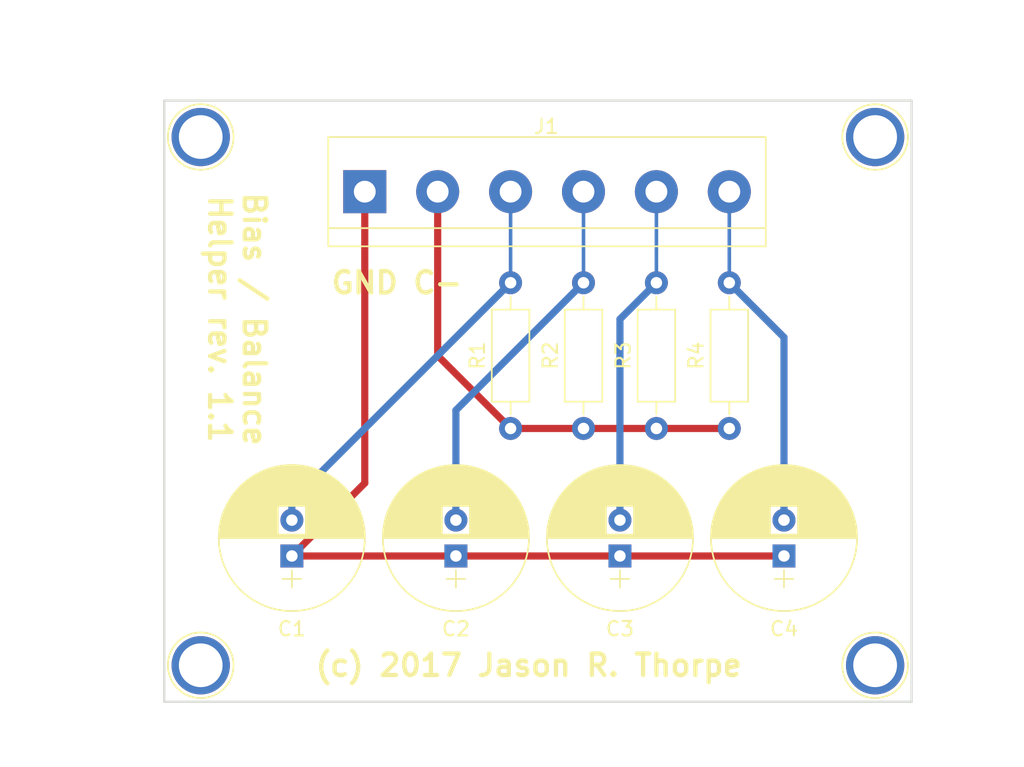
<source format=kicad_pcb>
(kicad_pcb (version 4) (host pcbnew 4.0.7)

  (general
    (links 16)
    (no_connects 0)
    (area 116.610001 50.64 192 105.570001)
    (thickness 1.6)
    (drawings 12)
    (tracks 22)
    (zones 0)
    (modules 13)
    (nets 7)
  )

  (page A4)
  (layers
    (0 F.Cu signal)
    (31 B.Cu signal)
    (32 B.Adhes user)
    (33 F.Adhes user)
    (34 B.Paste user)
    (35 F.Paste user)
    (36 B.SilkS user)
    (37 F.SilkS user)
    (38 B.Mask user)
    (39 F.Mask user)
    (40 Dwgs.User user)
    (41 Cmts.User user)
    (42 Eco1.User user)
    (43 Eco2.User user)
    (44 Edge.Cuts user)
    (45 Margin user)
    (46 B.CrtYd user)
    (47 F.CrtYd user)
    (48 B.Fab user)
    (49 F.Fab user)
  )

  (setup
    (last_trace_width 0.5)
    (trace_clearance 0.2)
    (zone_clearance 0.508)
    (zone_45_only no)
    (trace_min 0.5)
    (segment_width 0.2)
    (edge_width 0.15)
    (via_size 0.6)
    (via_drill 0.4)
    (via_min_size 0.4)
    (via_min_drill 0.3)
    (uvia_size 0.3)
    (uvia_drill 0.1)
    (uvias_allowed no)
    (uvia_min_size 0.2)
    (uvia_min_drill 0.1)
    (pcb_text_width 0.3)
    (pcb_text_size 1.5 1.5)
    (mod_edge_width 0.15)
    (mod_text_size 1 1)
    (mod_text_width 0.15)
    (pad_size 1.524 1.524)
    (pad_drill 0.762)
    (pad_to_mask_clearance 0.2)
    (aux_axis_origin 0 0)
    (visible_elements FFFFFF7F)
    (pcbplotparams
      (layerselection 0x210f0_80000001)
      (usegerberextensions false)
      (excludeedgelayer true)
      (linewidth 0.100000)
      (plotframeref false)
      (viasonmask false)
      (mode 1)
      (useauxorigin false)
      (hpglpennumber 1)
      (hpglpenspeed 20)
      (hpglpendiameter 15)
      (hpglpenoverlay 2)
      (psnegative false)
      (psa4output false)
      (plotreference true)
      (plotvalue true)
      (plotinvisibletext false)
      (padsonsilk false)
      (subtractmaskfromsilk false)
      (outputformat 1)
      (mirror false)
      (drillshape 0)
      (scaleselection 1)
      (outputdirectory Gerbers/))
  )

  (net 0 "")
  (net 1 "Net-(C1-Pad1)")
  (net 2 "Net-(C1-Pad2)")
  (net 3 "Net-(C2-Pad2)")
  (net 4 "Net-(C3-Pad2)")
  (net 5 "Net-(C4-Pad2)")
  (net 6 "Net-(J1-Pad2)")

  (net_class Default "This is the default net class."
    (clearance 0.2)
    (trace_width 0.5)
    (via_dia 0.6)
    (via_drill 0.4)
    (uvia_dia 0.3)
    (uvia_drill 0.1)
    (add_net "Net-(C1-Pad1)")
    (add_net "Net-(C1-Pad2)")
    (add_net "Net-(C2-Pad2)")
    (add_net "Net-(C3-Pad2)")
    (add_net "Net-(C4-Pad2)")
    (add_net "Net-(J1-Pad2)")
  )

  (module Capacitors_THT:CP_Radial_D10.0mm_P2.50mm (layer F.Cu) (tedit 5B9192C2) (tstamp 5A11E1D9)
    (at 137.16 88.9 90)
    (descr "CP, Radial series, Radial, pin pitch=2.50mm, , diameter=10mm, Electrolytic Capacitor")
    (tags "CP Radial series Radial pin pitch 2.50mm  diameter 10mm Electrolytic Capacitor")
    (path /5A11D50D)
    (fp_text reference C1 (at -5.08 0 180) (layer F.SilkS)
      (effects (font (size 1 1) (thickness 0.15)))
    )
    (fp_text value CP1 (at 1.25 6.31 90) (layer F.Fab) hide
      (effects (font (size 1 1) (thickness 0.15)))
    )
    (fp_circle (center 1.25 0) (end 6.25 0) (layer F.Fab) (width 0.1))
    (fp_circle (center 1.25 0) (end 6.34 0) (layer F.SilkS) (width 0.12))
    (fp_line (start -2.2 0) (end -1 0) (layer F.Fab) (width 0.1))
    (fp_line (start -1.6 -0.65) (end -1.6 0.65) (layer F.Fab) (width 0.1))
    (fp_line (start 1.25 -5.05) (end 1.25 5.05) (layer F.SilkS) (width 0.12))
    (fp_line (start 1.29 -5.05) (end 1.29 5.05) (layer F.SilkS) (width 0.12))
    (fp_line (start 1.33 -5.05) (end 1.33 5.05) (layer F.SilkS) (width 0.12))
    (fp_line (start 1.37 -5.049) (end 1.37 5.049) (layer F.SilkS) (width 0.12))
    (fp_line (start 1.41 -5.048) (end 1.41 5.048) (layer F.SilkS) (width 0.12))
    (fp_line (start 1.45 -5.047) (end 1.45 5.047) (layer F.SilkS) (width 0.12))
    (fp_line (start 1.49 -5.045) (end 1.49 5.045) (layer F.SilkS) (width 0.12))
    (fp_line (start 1.53 -5.043) (end 1.53 -0.98) (layer F.SilkS) (width 0.12))
    (fp_line (start 1.53 0.98) (end 1.53 5.043) (layer F.SilkS) (width 0.12))
    (fp_line (start 1.57 -5.04) (end 1.57 -0.98) (layer F.SilkS) (width 0.12))
    (fp_line (start 1.57 0.98) (end 1.57 5.04) (layer F.SilkS) (width 0.12))
    (fp_line (start 1.61 -5.038) (end 1.61 -0.98) (layer F.SilkS) (width 0.12))
    (fp_line (start 1.61 0.98) (end 1.61 5.038) (layer F.SilkS) (width 0.12))
    (fp_line (start 1.65 -5.035) (end 1.65 -0.98) (layer F.SilkS) (width 0.12))
    (fp_line (start 1.65 0.98) (end 1.65 5.035) (layer F.SilkS) (width 0.12))
    (fp_line (start 1.69 -5.031) (end 1.69 -0.98) (layer F.SilkS) (width 0.12))
    (fp_line (start 1.69 0.98) (end 1.69 5.031) (layer F.SilkS) (width 0.12))
    (fp_line (start 1.73 -5.028) (end 1.73 -0.98) (layer F.SilkS) (width 0.12))
    (fp_line (start 1.73 0.98) (end 1.73 5.028) (layer F.SilkS) (width 0.12))
    (fp_line (start 1.77 -5.024) (end 1.77 -0.98) (layer F.SilkS) (width 0.12))
    (fp_line (start 1.77 0.98) (end 1.77 5.024) (layer F.SilkS) (width 0.12))
    (fp_line (start 1.81 -5.02) (end 1.81 -0.98) (layer F.SilkS) (width 0.12))
    (fp_line (start 1.81 0.98) (end 1.81 5.02) (layer F.SilkS) (width 0.12))
    (fp_line (start 1.85 -5.015) (end 1.85 -0.98) (layer F.SilkS) (width 0.12))
    (fp_line (start 1.85 0.98) (end 1.85 5.015) (layer F.SilkS) (width 0.12))
    (fp_line (start 1.89 -5.01) (end 1.89 -0.98) (layer F.SilkS) (width 0.12))
    (fp_line (start 1.89 0.98) (end 1.89 5.01) (layer F.SilkS) (width 0.12))
    (fp_line (start 1.93 -5.005) (end 1.93 -0.98) (layer F.SilkS) (width 0.12))
    (fp_line (start 1.93 0.98) (end 1.93 5.005) (layer F.SilkS) (width 0.12))
    (fp_line (start 1.971 -4.999) (end 1.971 -0.98) (layer F.SilkS) (width 0.12))
    (fp_line (start 1.971 0.98) (end 1.971 4.999) (layer F.SilkS) (width 0.12))
    (fp_line (start 2.011 -4.993) (end 2.011 -0.98) (layer F.SilkS) (width 0.12))
    (fp_line (start 2.011 0.98) (end 2.011 4.993) (layer F.SilkS) (width 0.12))
    (fp_line (start 2.051 -4.987) (end 2.051 -0.98) (layer F.SilkS) (width 0.12))
    (fp_line (start 2.051 0.98) (end 2.051 4.987) (layer F.SilkS) (width 0.12))
    (fp_line (start 2.091 -4.981) (end 2.091 -0.98) (layer F.SilkS) (width 0.12))
    (fp_line (start 2.091 0.98) (end 2.091 4.981) (layer F.SilkS) (width 0.12))
    (fp_line (start 2.131 -4.974) (end 2.131 -0.98) (layer F.SilkS) (width 0.12))
    (fp_line (start 2.131 0.98) (end 2.131 4.974) (layer F.SilkS) (width 0.12))
    (fp_line (start 2.171 -4.967) (end 2.171 -0.98) (layer F.SilkS) (width 0.12))
    (fp_line (start 2.171 0.98) (end 2.171 4.967) (layer F.SilkS) (width 0.12))
    (fp_line (start 2.211 -4.959) (end 2.211 -0.98) (layer F.SilkS) (width 0.12))
    (fp_line (start 2.211 0.98) (end 2.211 4.959) (layer F.SilkS) (width 0.12))
    (fp_line (start 2.251 -4.951) (end 2.251 -0.98) (layer F.SilkS) (width 0.12))
    (fp_line (start 2.251 0.98) (end 2.251 4.951) (layer F.SilkS) (width 0.12))
    (fp_line (start 2.291 -4.943) (end 2.291 -0.98) (layer F.SilkS) (width 0.12))
    (fp_line (start 2.291 0.98) (end 2.291 4.943) (layer F.SilkS) (width 0.12))
    (fp_line (start 2.331 -4.935) (end 2.331 -0.98) (layer F.SilkS) (width 0.12))
    (fp_line (start 2.331 0.98) (end 2.331 4.935) (layer F.SilkS) (width 0.12))
    (fp_line (start 2.371 -4.926) (end 2.371 -0.98) (layer F.SilkS) (width 0.12))
    (fp_line (start 2.371 0.98) (end 2.371 4.926) (layer F.SilkS) (width 0.12))
    (fp_line (start 2.411 -4.917) (end 2.411 -0.98) (layer F.SilkS) (width 0.12))
    (fp_line (start 2.411 0.98) (end 2.411 4.917) (layer F.SilkS) (width 0.12))
    (fp_line (start 2.451 -4.907) (end 2.451 -0.98) (layer F.SilkS) (width 0.12))
    (fp_line (start 2.451 0.98) (end 2.451 4.907) (layer F.SilkS) (width 0.12))
    (fp_line (start 2.491 -4.897) (end 2.491 -0.98) (layer F.SilkS) (width 0.12))
    (fp_line (start 2.491 0.98) (end 2.491 4.897) (layer F.SilkS) (width 0.12))
    (fp_line (start 2.531 -4.887) (end 2.531 -0.98) (layer F.SilkS) (width 0.12))
    (fp_line (start 2.531 0.98) (end 2.531 4.887) (layer F.SilkS) (width 0.12))
    (fp_line (start 2.571 -4.876) (end 2.571 -0.98) (layer F.SilkS) (width 0.12))
    (fp_line (start 2.571 0.98) (end 2.571 4.876) (layer F.SilkS) (width 0.12))
    (fp_line (start 2.611 -4.865) (end 2.611 -0.98) (layer F.SilkS) (width 0.12))
    (fp_line (start 2.611 0.98) (end 2.611 4.865) (layer F.SilkS) (width 0.12))
    (fp_line (start 2.651 -4.854) (end 2.651 -0.98) (layer F.SilkS) (width 0.12))
    (fp_line (start 2.651 0.98) (end 2.651 4.854) (layer F.SilkS) (width 0.12))
    (fp_line (start 2.691 -4.843) (end 2.691 -0.98) (layer F.SilkS) (width 0.12))
    (fp_line (start 2.691 0.98) (end 2.691 4.843) (layer F.SilkS) (width 0.12))
    (fp_line (start 2.731 -4.831) (end 2.731 -0.98) (layer F.SilkS) (width 0.12))
    (fp_line (start 2.731 0.98) (end 2.731 4.831) (layer F.SilkS) (width 0.12))
    (fp_line (start 2.771 -4.818) (end 2.771 -0.98) (layer F.SilkS) (width 0.12))
    (fp_line (start 2.771 0.98) (end 2.771 4.818) (layer F.SilkS) (width 0.12))
    (fp_line (start 2.811 -4.806) (end 2.811 -0.98) (layer F.SilkS) (width 0.12))
    (fp_line (start 2.811 0.98) (end 2.811 4.806) (layer F.SilkS) (width 0.12))
    (fp_line (start 2.851 -4.792) (end 2.851 -0.98) (layer F.SilkS) (width 0.12))
    (fp_line (start 2.851 0.98) (end 2.851 4.792) (layer F.SilkS) (width 0.12))
    (fp_line (start 2.891 -4.779) (end 2.891 -0.98) (layer F.SilkS) (width 0.12))
    (fp_line (start 2.891 0.98) (end 2.891 4.779) (layer F.SilkS) (width 0.12))
    (fp_line (start 2.931 -4.765) (end 2.931 -0.98) (layer F.SilkS) (width 0.12))
    (fp_line (start 2.931 0.98) (end 2.931 4.765) (layer F.SilkS) (width 0.12))
    (fp_line (start 2.971 -4.751) (end 2.971 -0.98) (layer F.SilkS) (width 0.12))
    (fp_line (start 2.971 0.98) (end 2.971 4.751) (layer F.SilkS) (width 0.12))
    (fp_line (start 3.011 -4.737) (end 3.011 -0.98) (layer F.SilkS) (width 0.12))
    (fp_line (start 3.011 0.98) (end 3.011 4.737) (layer F.SilkS) (width 0.12))
    (fp_line (start 3.051 -4.722) (end 3.051 -0.98) (layer F.SilkS) (width 0.12))
    (fp_line (start 3.051 0.98) (end 3.051 4.722) (layer F.SilkS) (width 0.12))
    (fp_line (start 3.091 -4.706) (end 3.091 -0.98) (layer F.SilkS) (width 0.12))
    (fp_line (start 3.091 0.98) (end 3.091 4.706) (layer F.SilkS) (width 0.12))
    (fp_line (start 3.131 -4.691) (end 3.131 -0.98) (layer F.SilkS) (width 0.12))
    (fp_line (start 3.131 0.98) (end 3.131 4.691) (layer F.SilkS) (width 0.12))
    (fp_line (start 3.171 -4.674) (end 3.171 -0.98) (layer F.SilkS) (width 0.12))
    (fp_line (start 3.171 0.98) (end 3.171 4.674) (layer F.SilkS) (width 0.12))
    (fp_line (start 3.211 -4.658) (end 3.211 -0.98) (layer F.SilkS) (width 0.12))
    (fp_line (start 3.211 0.98) (end 3.211 4.658) (layer F.SilkS) (width 0.12))
    (fp_line (start 3.251 -4.641) (end 3.251 -0.98) (layer F.SilkS) (width 0.12))
    (fp_line (start 3.251 0.98) (end 3.251 4.641) (layer F.SilkS) (width 0.12))
    (fp_line (start 3.291 -4.624) (end 3.291 -0.98) (layer F.SilkS) (width 0.12))
    (fp_line (start 3.291 0.98) (end 3.291 4.624) (layer F.SilkS) (width 0.12))
    (fp_line (start 3.331 -4.606) (end 3.331 -0.98) (layer F.SilkS) (width 0.12))
    (fp_line (start 3.331 0.98) (end 3.331 4.606) (layer F.SilkS) (width 0.12))
    (fp_line (start 3.371 -4.588) (end 3.371 -0.98) (layer F.SilkS) (width 0.12))
    (fp_line (start 3.371 0.98) (end 3.371 4.588) (layer F.SilkS) (width 0.12))
    (fp_line (start 3.411 -4.569) (end 3.411 -0.98) (layer F.SilkS) (width 0.12))
    (fp_line (start 3.411 0.98) (end 3.411 4.569) (layer F.SilkS) (width 0.12))
    (fp_line (start 3.451 -4.55) (end 3.451 -0.98) (layer F.SilkS) (width 0.12))
    (fp_line (start 3.451 0.98) (end 3.451 4.55) (layer F.SilkS) (width 0.12))
    (fp_line (start 3.491 -4.531) (end 3.491 4.531) (layer F.SilkS) (width 0.12))
    (fp_line (start 3.531 -4.511) (end 3.531 4.511) (layer F.SilkS) (width 0.12))
    (fp_line (start 3.571 -4.491) (end 3.571 4.491) (layer F.SilkS) (width 0.12))
    (fp_line (start 3.611 -4.47) (end 3.611 4.47) (layer F.SilkS) (width 0.12))
    (fp_line (start 3.651 -4.449) (end 3.651 4.449) (layer F.SilkS) (width 0.12))
    (fp_line (start 3.691 -4.428) (end 3.691 4.428) (layer F.SilkS) (width 0.12))
    (fp_line (start 3.731 -4.405) (end 3.731 4.405) (layer F.SilkS) (width 0.12))
    (fp_line (start 3.771 -4.383) (end 3.771 4.383) (layer F.SilkS) (width 0.12))
    (fp_line (start 3.811 -4.36) (end 3.811 4.36) (layer F.SilkS) (width 0.12))
    (fp_line (start 3.851 -4.336) (end 3.851 4.336) (layer F.SilkS) (width 0.12))
    (fp_line (start 3.891 -4.312) (end 3.891 4.312) (layer F.SilkS) (width 0.12))
    (fp_line (start 3.931 -4.288) (end 3.931 4.288) (layer F.SilkS) (width 0.12))
    (fp_line (start 3.971 -4.263) (end 3.971 4.263) (layer F.SilkS) (width 0.12))
    (fp_line (start 4.011 -4.237) (end 4.011 4.237) (layer F.SilkS) (width 0.12))
    (fp_line (start 4.051 -4.211) (end 4.051 4.211) (layer F.SilkS) (width 0.12))
    (fp_line (start 4.091 -4.185) (end 4.091 4.185) (layer F.SilkS) (width 0.12))
    (fp_line (start 4.131 -4.157) (end 4.131 4.157) (layer F.SilkS) (width 0.12))
    (fp_line (start 4.171 -4.13) (end 4.171 4.13) (layer F.SilkS) (width 0.12))
    (fp_line (start 4.211 -4.101) (end 4.211 4.101) (layer F.SilkS) (width 0.12))
    (fp_line (start 4.251 -4.072) (end 4.251 4.072) (layer F.SilkS) (width 0.12))
    (fp_line (start 4.291 -4.043) (end 4.291 4.043) (layer F.SilkS) (width 0.12))
    (fp_line (start 4.331 -4.013) (end 4.331 4.013) (layer F.SilkS) (width 0.12))
    (fp_line (start 4.371 -3.982) (end 4.371 3.982) (layer F.SilkS) (width 0.12))
    (fp_line (start 4.411 -3.951) (end 4.411 3.951) (layer F.SilkS) (width 0.12))
    (fp_line (start 4.451 -3.919) (end 4.451 3.919) (layer F.SilkS) (width 0.12))
    (fp_line (start 4.491 -3.886) (end 4.491 3.886) (layer F.SilkS) (width 0.12))
    (fp_line (start 4.531 -3.853) (end 4.531 3.853) (layer F.SilkS) (width 0.12))
    (fp_line (start 4.571 -3.819) (end 4.571 3.819) (layer F.SilkS) (width 0.12))
    (fp_line (start 4.611 -3.784) (end 4.611 3.784) (layer F.SilkS) (width 0.12))
    (fp_line (start 4.651 -3.748) (end 4.651 3.748) (layer F.SilkS) (width 0.12))
    (fp_line (start 4.691 -3.712) (end 4.691 3.712) (layer F.SilkS) (width 0.12))
    (fp_line (start 4.731 -3.675) (end 4.731 3.675) (layer F.SilkS) (width 0.12))
    (fp_line (start 4.771 -3.637) (end 4.771 3.637) (layer F.SilkS) (width 0.12))
    (fp_line (start 4.811 -3.598) (end 4.811 3.598) (layer F.SilkS) (width 0.12))
    (fp_line (start 4.851 -3.559) (end 4.851 3.559) (layer F.SilkS) (width 0.12))
    (fp_line (start 4.891 -3.518) (end 4.891 3.518) (layer F.SilkS) (width 0.12))
    (fp_line (start 4.931 -3.477) (end 4.931 3.477) (layer F.SilkS) (width 0.12))
    (fp_line (start 4.971 -3.435) (end 4.971 3.435) (layer F.SilkS) (width 0.12))
    (fp_line (start 5.011 -3.391) (end 5.011 3.391) (layer F.SilkS) (width 0.12))
    (fp_line (start 5.051 -3.347) (end 5.051 3.347) (layer F.SilkS) (width 0.12))
    (fp_line (start 5.091 -3.302) (end 5.091 3.302) (layer F.SilkS) (width 0.12))
    (fp_line (start 5.131 -3.255) (end 5.131 3.255) (layer F.SilkS) (width 0.12))
    (fp_line (start 5.171 -3.207) (end 5.171 3.207) (layer F.SilkS) (width 0.12))
    (fp_line (start 5.211 -3.158) (end 5.211 3.158) (layer F.SilkS) (width 0.12))
    (fp_line (start 5.251 -3.108) (end 5.251 3.108) (layer F.SilkS) (width 0.12))
    (fp_line (start 5.291 -3.057) (end 5.291 3.057) (layer F.SilkS) (width 0.12))
    (fp_line (start 5.331 -3.004) (end 5.331 3.004) (layer F.SilkS) (width 0.12))
    (fp_line (start 5.371 -2.949) (end 5.371 2.949) (layer F.SilkS) (width 0.12))
    (fp_line (start 5.411 -2.894) (end 5.411 2.894) (layer F.SilkS) (width 0.12))
    (fp_line (start 5.451 -2.836) (end 5.451 2.836) (layer F.SilkS) (width 0.12))
    (fp_line (start 5.491 -2.777) (end 5.491 2.777) (layer F.SilkS) (width 0.12))
    (fp_line (start 5.531 -2.715) (end 5.531 2.715) (layer F.SilkS) (width 0.12))
    (fp_line (start 5.571 -2.652) (end 5.571 2.652) (layer F.SilkS) (width 0.12))
    (fp_line (start 5.611 -2.587) (end 5.611 2.587) (layer F.SilkS) (width 0.12))
    (fp_line (start 5.651 -2.519) (end 5.651 2.519) (layer F.SilkS) (width 0.12))
    (fp_line (start 5.691 -2.449) (end 5.691 2.449) (layer F.SilkS) (width 0.12))
    (fp_line (start 5.731 -2.377) (end 5.731 2.377) (layer F.SilkS) (width 0.12))
    (fp_line (start 5.771 -2.301) (end 5.771 2.301) (layer F.SilkS) (width 0.12))
    (fp_line (start 5.811 -2.222) (end 5.811 2.222) (layer F.SilkS) (width 0.12))
    (fp_line (start 5.851 -2.14) (end 5.851 2.14) (layer F.SilkS) (width 0.12))
    (fp_line (start 5.891 -2.053) (end 5.891 2.053) (layer F.SilkS) (width 0.12))
    (fp_line (start 5.931 -1.962) (end 5.931 1.962) (layer F.SilkS) (width 0.12))
    (fp_line (start 5.971 -1.866) (end 5.971 1.866) (layer F.SilkS) (width 0.12))
    (fp_line (start 6.011 -1.763) (end 6.011 1.763) (layer F.SilkS) (width 0.12))
    (fp_line (start 6.051 -1.654) (end 6.051 1.654) (layer F.SilkS) (width 0.12))
    (fp_line (start 6.091 -1.536) (end 6.091 1.536) (layer F.SilkS) (width 0.12))
    (fp_line (start 6.131 -1.407) (end 6.131 1.407) (layer F.SilkS) (width 0.12))
    (fp_line (start 6.171 -1.265) (end 6.171 1.265) (layer F.SilkS) (width 0.12))
    (fp_line (start 6.211 -1.104) (end 6.211 1.104) (layer F.SilkS) (width 0.12))
    (fp_line (start 6.251 -0.913) (end 6.251 0.913) (layer F.SilkS) (width 0.12))
    (fp_line (start 6.291 -0.672) (end 6.291 0.672) (layer F.SilkS) (width 0.12))
    (fp_line (start 6.331 -0.279) (end 6.331 0.279) (layer F.SilkS) (width 0.12))
    (fp_line (start -2.2 0) (end -1 0) (layer F.SilkS) (width 0.12))
    (fp_line (start -1.6 -0.65) (end -1.6 0.65) (layer F.SilkS) (width 0.12))
    (fp_line (start -4.1 -5.35) (end -4.1 5.35) (layer F.CrtYd) (width 0.05))
    (fp_line (start -4.1 5.35) (end 6.6 5.35) (layer F.CrtYd) (width 0.05))
    (fp_line (start 6.6 5.35) (end 6.6 -5.35) (layer F.CrtYd) (width 0.05))
    (fp_line (start 6.6 -5.35) (end -4.1 -5.35) (layer F.CrtYd) (width 0.05))
    (fp_text user %R (at 1.25 0 90) (layer F.Fab) hide
      (effects (font (size 1 1) (thickness 0.15)))
    )
    (pad 1 thru_hole rect (at 0 0 90) (size 1.6 1.6) (drill 0.8) (layers *.Cu *.Mask)
      (net 1 "Net-(C1-Pad1)"))
    (pad 2 thru_hole circle (at 2.5 0 90) (size 1.6 1.6) (drill 0.8) (layers *.Cu *.Mask)
      (net 2 "Net-(C1-Pad2)"))
    (model ${KISYS3DMOD}/Capacitors_THT.3dshapes/CP_Radial_D10.0mm_P2.50mm.wrl
      (at (xyz 0 0 0))
      (scale (xyz 1 1 1))
      (rotate (xyz 0 0 0))
    )
  )

  (module Capacitors_THT:CP_Radial_D10.0mm_P2.50mm (layer F.Cu) (tedit 5B9192CA) (tstamp 5A11E29B)
    (at 148.59 88.9 90)
    (descr "CP, Radial series, Radial, pin pitch=2.50mm, , diameter=10mm, Electrolytic Capacitor")
    (tags "CP Radial series Radial pin pitch 2.50mm  diameter 10mm Electrolytic Capacitor")
    (path /5A11D562)
    (fp_text reference C2 (at -5.08 0 180) (layer F.SilkS)
      (effects (font (size 1 1) (thickness 0.15)))
    )
    (fp_text value CP1 (at 1.25 6.31 90) (layer F.Fab) hide
      (effects (font (size 1 1) (thickness 0.15)))
    )
    (fp_circle (center 1.25 0) (end 6.25 0) (layer F.Fab) (width 0.1))
    (fp_circle (center 1.25 0) (end 6.34 0) (layer F.SilkS) (width 0.12))
    (fp_line (start -2.2 0) (end -1 0) (layer F.Fab) (width 0.1))
    (fp_line (start -1.6 -0.65) (end -1.6 0.65) (layer F.Fab) (width 0.1))
    (fp_line (start 1.25 -5.05) (end 1.25 5.05) (layer F.SilkS) (width 0.12))
    (fp_line (start 1.29 -5.05) (end 1.29 5.05) (layer F.SilkS) (width 0.12))
    (fp_line (start 1.33 -5.05) (end 1.33 5.05) (layer F.SilkS) (width 0.12))
    (fp_line (start 1.37 -5.049) (end 1.37 5.049) (layer F.SilkS) (width 0.12))
    (fp_line (start 1.41 -5.048) (end 1.41 5.048) (layer F.SilkS) (width 0.12))
    (fp_line (start 1.45 -5.047) (end 1.45 5.047) (layer F.SilkS) (width 0.12))
    (fp_line (start 1.49 -5.045) (end 1.49 5.045) (layer F.SilkS) (width 0.12))
    (fp_line (start 1.53 -5.043) (end 1.53 -0.98) (layer F.SilkS) (width 0.12))
    (fp_line (start 1.53 0.98) (end 1.53 5.043) (layer F.SilkS) (width 0.12))
    (fp_line (start 1.57 -5.04) (end 1.57 -0.98) (layer F.SilkS) (width 0.12))
    (fp_line (start 1.57 0.98) (end 1.57 5.04) (layer F.SilkS) (width 0.12))
    (fp_line (start 1.61 -5.038) (end 1.61 -0.98) (layer F.SilkS) (width 0.12))
    (fp_line (start 1.61 0.98) (end 1.61 5.038) (layer F.SilkS) (width 0.12))
    (fp_line (start 1.65 -5.035) (end 1.65 -0.98) (layer F.SilkS) (width 0.12))
    (fp_line (start 1.65 0.98) (end 1.65 5.035) (layer F.SilkS) (width 0.12))
    (fp_line (start 1.69 -5.031) (end 1.69 -0.98) (layer F.SilkS) (width 0.12))
    (fp_line (start 1.69 0.98) (end 1.69 5.031) (layer F.SilkS) (width 0.12))
    (fp_line (start 1.73 -5.028) (end 1.73 -0.98) (layer F.SilkS) (width 0.12))
    (fp_line (start 1.73 0.98) (end 1.73 5.028) (layer F.SilkS) (width 0.12))
    (fp_line (start 1.77 -5.024) (end 1.77 -0.98) (layer F.SilkS) (width 0.12))
    (fp_line (start 1.77 0.98) (end 1.77 5.024) (layer F.SilkS) (width 0.12))
    (fp_line (start 1.81 -5.02) (end 1.81 -0.98) (layer F.SilkS) (width 0.12))
    (fp_line (start 1.81 0.98) (end 1.81 5.02) (layer F.SilkS) (width 0.12))
    (fp_line (start 1.85 -5.015) (end 1.85 -0.98) (layer F.SilkS) (width 0.12))
    (fp_line (start 1.85 0.98) (end 1.85 5.015) (layer F.SilkS) (width 0.12))
    (fp_line (start 1.89 -5.01) (end 1.89 -0.98) (layer F.SilkS) (width 0.12))
    (fp_line (start 1.89 0.98) (end 1.89 5.01) (layer F.SilkS) (width 0.12))
    (fp_line (start 1.93 -5.005) (end 1.93 -0.98) (layer F.SilkS) (width 0.12))
    (fp_line (start 1.93 0.98) (end 1.93 5.005) (layer F.SilkS) (width 0.12))
    (fp_line (start 1.971 -4.999) (end 1.971 -0.98) (layer F.SilkS) (width 0.12))
    (fp_line (start 1.971 0.98) (end 1.971 4.999) (layer F.SilkS) (width 0.12))
    (fp_line (start 2.011 -4.993) (end 2.011 -0.98) (layer F.SilkS) (width 0.12))
    (fp_line (start 2.011 0.98) (end 2.011 4.993) (layer F.SilkS) (width 0.12))
    (fp_line (start 2.051 -4.987) (end 2.051 -0.98) (layer F.SilkS) (width 0.12))
    (fp_line (start 2.051 0.98) (end 2.051 4.987) (layer F.SilkS) (width 0.12))
    (fp_line (start 2.091 -4.981) (end 2.091 -0.98) (layer F.SilkS) (width 0.12))
    (fp_line (start 2.091 0.98) (end 2.091 4.981) (layer F.SilkS) (width 0.12))
    (fp_line (start 2.131 -4.974) (end 2.131 -0.98) (layer F.SilkS) (width 0.12))
    (fp_line (start 2.131 0.98) (end 2.131 4.974) (layer F.SilkS) (width 0.12))
    (fp_line (start 2.171 -4.967) (end 2.171 -0.98) (layer F.SilkS) (width 0.12))
    (fp_line (start 2.171 0.98) (end 2.171 4.967) (layer F.SilkS) (width 0.12))
    (fp_line (start 2.211 -4.959) (end 2.211 -0.98) (layer F.SilkS) (width 0.12))
    (fp_line (start 2.211 0.98) (end 2.211 4.959) (layer F.SilkS) (width 0.12))
    (fp_line (start 2.251 -4.951) (end 2.251 -0.98) (layer F.SilkS) (width 0.12))
    (fp_line (start 2.251 0.98) (end 2.251 4.951) (layer F.SilkS) (width 0.12))
    (fp_line (start 2.291 -4.943) (end 2.291 -0.98) (layer F.SilkS) (width 0.12))
    (fp_line (start 2.291 0.98) (end 2.291 4.943) (layer F.SilkS) (width 0.12))
    (fp_line (start 2.331 -4.935) (end 2.331 -0.98) (layer F.SilkS) (width 0.12))
    (fp_line (start 2.331 0.98) (end 2.331 4.935) (layer F.SilkS) (width 0.12))
    (fp_line (start 2.371 -4.926) (end 2.371 -0.98) (layer F.SilkS) (width 0.12))
    (fp_line (start 2.371 0.98) (end 2.371 4.926) (layer F.SilkS) (width 0.12))
    (fp_line (start 2.411 -4.917) (end 2.411 -0.98) (layer F.SilkS) (width 0.12))
    (fp_line (start 2.411 0.98) (end 2.411 4.917) (layer F.SilkS) (width 0.12))
    (fp_line (start 2.451 -4.907) (end 2.451 -0.98) (layer F.SilkS) (width 0.12))
    (fp_line (start 2.451 0.98) (end 2.451 4.907) (layer F.SilkS) (width 0.12))
    (fp_line (start 2.491 -4.897) (end 2.491 -0.98) (layer F.SilkS) (width 0.12))
    (fp_line (start 2.491 0.98) (end 2.491 4.897) (layer F.SilkS) (width 0.12))
    (fp_line (start 2.531 -4.887) (end 2.531 -0.98) (layer F.SilkS) (width 0.12))
    (fp_line (start 2.531 0.98) (end 2.531 4.887) (layer F.SilkS) (width 0.12))
    (fp_line (start 2.571 -4.876) (end 2.571 -0.98) (layer F.SilkS) (width 0.12))
    (fp_line (start 2.571 0.98) (end 2.571 4.876) (layer F.SilkS) (width 0.12))
    (fp_line (start 2.611 -4.865) (end 2.611 -0.98) (layer F.SilkS) (width 0.12))
    (fp_line (start 2.611 0.98) (end 2.611 4.865) (layer F.SilkS) (width 0.12))
    (fp_line (start 2.651 -4.854) (end 2.651 -0.98) (layer F.SilkS) (width 0.12))
    (fp_line (start 2.651 0.98) (end 2.651 4.854) (layer F.SilkS) (width 0.12))
    (fp_line (start 2.691 -4.843) (end 2.691 -0.98) (layer F.SilkS) (width 0.12))
    (fp_line (start 2.691 0.98) (end 2.691 4.843) (layer F.SilkS) (width 0.12))
    (fp_line (start 2.731 -4.831) (end 2.731 -0.98) (layer F.SilkS) (width 0.12))
    (fp_line (start 2.731 0.98) (end 2.731 4.831) (layer F.SilkS) (width 0.12))
    (fp_line (start 2.771 -4.818) (end 2.771 -0.98) (layer F.SilkS) (width 0.12))
    (fp_line (start 2.771 0.98) (end 2.771 4.818) (layer F.SilkS) (width 0.12))
    (fp_line (start 2.811 -4.806) (end 2.811 -0.98) (layer F.SilkS) (width 0.12))
    (fp_line (start 2.811 0.98) (end 2.811 4.806) (layer F.SilkS) (width 0.12))
    (fp_line (start 2.851 -4.792) (end 2.851 -0.98) (layer F.SilkS) (width 0.12))
    (fp_line (start 2.851 0.98) (end 2.851 4.792) (layer F.SilkS) (width 0.12))
    (fp_line (start 2.891 -4.779) (end 2.891 -0.98) (layer F.SilkS) (width 0.12))
    (fp_line (start 2.891 0.98) (end 2.891 4.779) (layer F.SilkS) (width 0.12))
    (fp_line (start 2.931 -4.765) (end 2.931 -0.98) (layer F.SilkS) (width 0.12))
    (fp_line (start 2.931 0.98) (end 2.931 4.765) (layer F.SilkS) (width 0.12))
    (fp_line (start 2.971 -4.751) (end 2.971 -0.98) (layer F.SilkS) (width 0.12))
    (fp_line (start 2.971 0.98) (end 2.971 4.751) (layer F.SilkS) (width 0.12))
    (fp_line (start 3.011 -4.737) (end 3.011 -0.98) (layer F.SilkS) (width 0.12))
    (fp_line (start 3.011 0.98) (end 3.011 4.737) (layer F.SilkS) (width 0.12))
    (fp_line (start 3.051 -4.722) (end 3.051 -0.98) (layer F.SilkS) (width 0.12))
    (fp_line (start 3.051 0.98) (end 3.051 4.722) (layer F.SilkS) (width 0.12))
    (fp_line (start 3.091 -4.706) (end 3.091 -0.98) (layer F.SilkS) (width 0.12))
    (fp_line (start 3.091 0.98) (end 3.091 4.706) (layer F.SilkS) (width 0.12))
    (fp_line (start 3.131 -4.691) (end 3.131 -0.98) (layer F.SilkS) (width 0.12))
    (fp_line (start 3.131 0.98) (end 3.131 4.691) (layer F.SilkS) (width 0.12))
    (fp_line (start 3.171 -4.674) (end 3.171 -0.98) (layer F.SilkS) (width 0.12))
    (fp_line (start 3.171 0.98) (end 3.171 4.674) (layer F.SilkS) (width 0.12))
    (fp_line (start 3.211 -4.658) (end 3.211 -0.98) (layer F.SilkS) (width 0.12))
    (fp_line (start 3.211 0.98) (end 3.211 4.658) (layer F.SilkS) (width 0.12))
    (fp_line (start 3.251 -4.641) (end 3.251 -0.98) (layer F.SilkS) (width 0.12))
    (fp_line (start 3.251 0.98) (end 3.251 4.641) (layer F.SilkS) (width 0.12))
    (fp_line (start 3.291 -4.624) (end 3.291 -0.98) (layer F.SilkS) (width 0.12))
    (fp_line (start 3.291 0.98) (end 3.291 4.624) (layer F.SilkS) (width 0.12))
    (fp_line (start 3.331 -4.606) (end 3.331 -0.98) (layer F.SilkS) (width 0.12))
    (fp_line (start 3.331 0.98) (end 3.331 4.606) (layer F.SilkS) (width 0.12))
    (fp_line (start 3.371 -4.588) (end 3.371 -0.98) (layer F.SilkS) (width 0.12))
    (fp_line (start 3.371 0.98) (end 3.371 4.588) (layer F.SilkS) (width 0.12))
    (fp_line (start 3.411 -4.569) (end 3.411 -0.98) (layer F.SilkS) (width 0.12))
    (fp_line (start 3.411 0.98) (end 3.411 4.569) (layer F.SilkS) (width 0.12))
    (fp_line (start 3.451 -4.55) (end 3.451 -0.98) (layer F.SilkS) (width 0.12))
    (fp_line (start 3.451 0.98) (end 3.451 4.55) (layer F.SilkS) (width 0.12))
    (fp_line (start 3.491 -4.531) (end 3.491 4.531) (layer F.SilkS) (width 0.12))
    (fp_line (start 3.531 -4.511) (end 3.531 4.511) (layer F.SilkS) (width 0.12))
    (fp_line (start 3.571 -4.491) (end 3.571 4.491) (layer F.SilkS) (width 0.12))
    (fp_line (start 3.611 -4.47) (end 3.611 4.47) (layer F.SilkS) (width 0.12))
    (fp_line (start 3.651 -4.449) (end 3.651 4.449) (layer F.SilkS) (width 0.12))
    (fp_line (start 3.691 -4.428) (end 3.691 4.428) (layer F.SilkS) (width 0.12))
    (fp_line (start 3.731 -4.405) (end 3.731 4.405) (layer F.SilkS) (width 0.12))
    (fp_line (start 3.771 -4.383) (end 3.771 4.383) (layer F.SilkS) (width 0.12))
    (fp_line (start 3.811 -4.36) (end 3.811 4.36) (layer F.SilkS) (width 0.12))
    (fp_line (start 3.851 -4.336) (end 3.851 4.336) (layer F.SilkS) (width 0.12))
    (fp_line (start 3.891 -4.312) (end 3.891 4.312) (layer F.SilkS) (width 0.12))
    (fp_line (start 3.931 -4.288) (end 3.931 4.288) (layer F.SilkS) (width 0.12))
    (fp_line (start 3.971 -4.263) (end 3.971 4.263) (layer F.SilkS) (width 0.12))
    (fp_line (start 4.011 -4.237) (end 4.011 4.237) (layer F.SilkS) (width 0.12))
    (fp_line (start 4.051 -4.211) (end 4.051 4.211) (layer F.SilkS) (width 0.12))
    (fp_line (start 4.091 -4.185) (end 4.091 4.185) (layer F.SilkS) (width 0.12))
    (fp_line (start 4.131 -4.157) (end 4.131 4.157) (layer F.SilkS) (width 0.12))
    (fp_line (start 4.171 -4.13) (end 4.171 4.13) (layer F.SilkS) (width 0.12))
    (fp_line (start 4.211 -4.101) (end 4.211 4.101) (layer F.SilkS) (width 0.12))
    (fp_line (start 4.251 -4.072) (end 4.251 4.072) (layer F.SilkS) (width 0.12))
    (fp_line (start 4.291 -4.043) (end 4.291 4.043) (layer F.SilkS) (width 0.12))
    (fp_line (start 4.331 -4.013) (end 4.331 4.013) (layer F.SilkS) (width 0.12))
    (fp_line (start 4.371 -3.982) (end 4.371 3.982) (layer F.SilkS) (width 0.12))
    (fp_line (start 4.411 -3.951) (end 4.411 3.951) (layer F.SilkS) (width 0.12))
    (fp_line (start 4.451 -3.919) (end 4.451 3.919) (layer F.SilkS) (width 0.12))
    (fp_line (start 4.491 -3.886) (end 4.491 3.886) (layer F.SilkS) (width 0.12))
    (fp_line (start 4.531 -3.853) (end 4.531 3.853) (layer F.SilkS) (width 0.12))
    (fp_line (start 4.571 -3.819) (end 4.571 3.819) (layer F.SilkS) (width 0.12))
    (fp_line (start 4.611 -3.784) (end 4.611 3.784) (layer F.SilkS) (width 0.12))
    (fp_line (start 4.651 -3.748) (end 4.651 3.748) (layer F.SilkS) (width 0.12))
    (fp_line (start 4.691 -3.712) (end 4.691 3.712) (layer F.SilkS) (width 0.12))
    (fp_line (start 4.731 -3.675) (end 4.731 3.675) (layer F.SilkS) (width 0.12))
    (fp_line (start 4.771 -3.637) (end 4.771 3.637) (layer F.SilkS) (width 0.12))
    (fp_line (start 4.811 -3.598) (end 4.811 3.598) (layer F.SilkS) (width 0.12))
    (fp_line (start 4.851 -3.559) (end 4.851 3.559) (layer F.SilkS) (width 0.12))
    (fp_line (start 4.891 -3.518) (end 4.891 3.518) (layer F.SilkS) (width 0.12))
    (fp_line (start 4.931 -3.477) (end 4.931 3.477) (layer F.SilkS) (width 0.12))
    (fp_line (start 4.971 -3.435) (end 4.971 3.435) (layer F.SilkS) (width 0.12))
    (fp_line (start 5.011 -3.391) (end 5.011 3.391) (layer F.SilkS) (width 0.12))
    (fp_line (start 5.051 -3.347) (end 5.051 3.347) (layer F.SilkS) (width 0.12))
    (fp_line (start 5.091 -3.302) (end 5.091 3.302) (layer F.SilkS) (width 0.12))
    (fp_line (start 5.131 -3.255) (end 5.131 3.255) (layer F.SilkS) (width 0.12))
    (fp_line (start 5.171 -3.207) (end 5.171 3.207) (layer F.SilkS) (width 0.12))
    (fp_line (start 5.211 -3.158) (end 5.211 3.158) (layer F.SilkS) (width 0.12))
    (fp_line (start 5.251 -3.108) (end 5.251 3.108) (layer F.SilkS) (width 0.12))
    (fp_line (start 5.291 -3.057) (end 5.291 3.057) (layer F.SilkS) (width 0.12))
    (fp_line (start 5.331 -3.004) (end 5.331 3.004) (layer F.SilkS) (width 0.12))
    (fp_line (start 5.371 -2.949) (end 5.371 2.949) (layer F.SilkS) (width 0.12))
    (fp_line (start 5.411 -2.894) (end 5.411 2.894) (layer F.SilkS) (width 0.12))
    (fp_line (start 5.451 -2.836) (end 5.451 2.836) (layer F.SilkS) (width 0.12))
    (fp_line (start 5.491 -2.777) (end 5.491 2.777) (layer F.SilkS) (width 0.12))
    (fp_line (start 5.531 -2.715) (end 5.531 2.715) (layer F.SilkS) (width 0.12))
    (fp_line (start 5.571 -2.652) (end 5.571 2.652) (layer F.SilkS) (width 0.12))
    (fp_line (start 5.611 -2.587) (end 5.611 2.587) (layer F.SilkS) (width 0.12))
    (fp_line (start 5.651 -2.519) (end 5.651 2.519) (layer F.SilkS) (width 0.12))
    (fp_line (start 5.691 -2.449) (end 5.691 2.449) (layer F.SilkS) (width 0.12))
    (fp_line (start 5.731 -2.377) (end 5.731 2.377) (layer F.SilkS) (width 0.12))
    (fp_line (start 5.771 -2.301) (end 5.771 2.301) (layer F.SilkS) (width 0.12))
    (fp_line (start 5.811 -2.222) (end 5.811 2.222) (layer F.SilkS) (width 0.12))
    (fp_line (start 5.851 -2.14) (end 5.851 2.14) (layer F.SilkS) (width 0.12))
    (fp_line (start 5.891 -2.053) (end 5.891 2.053) (layer F.SilkS) (width 0.12))
    (fp_line (start 5.931 -1.962) (end 5.931 1.962) (layer F.SilkS) (width 0.12))
    (fp_line (start 5.971 -1.866) (end 5.971 1.866) (layer F.SilkS) (width 0.12))
    (fp_line (start 6.011 -1.763) (end 6.011 1.763) (layer F.SilkS) (width 0.12))
    (fp_line (start 6.051 -1.654) (end 6.051 1.654) (layer F.SilkS) (width 0.12))
    (fp_line (start 6.091 -1.536) (end 6.091 1.536) (layer F.SilkS) (width 0.12))
    (fp_line (start 6.131 -1.407) (end 6.131 1.407) (layer F.SilkS) (width 0.12))
    (fp_line (start 6.171 -1.265) (end 6.171 1.265) (layer F.SilkS) (width 0.12))
    (fp_line (start 6.211 -1.104) (end 6.211 1.104) (layer F.SilkS) (width 0.12))
    (fp_line (start 6.251 -0.913) (end 6.251 0.913) (layer F.SilkS) (width 0.12))
    (fp_line (start 6.291 -0.672) (end 6.291 0.672) (layer F.SilkS) (width 0.12))
    (fp_line (start 6.331 -0.279) (end 6.331 0.279) (layer F.SilkS) (width 0.12))
    (fp_line (start -2.2 0) (end -1 0) (layer F.SilkS) (width 0.12))
    (fp_line (start -1.6 -0.65) (end -1.6 0.65) (layer F.SilkS) (width 0.12))
    (fp_line (start -4.1 -5.35) (end -4.1 5.35) (layer F.CrtYd) (width 0.05))
    (fp_line (start -4.1 5.35) (end 6.6 5.35) (layer F.CrtYd) (width 0.05))
    (fp_line (start 6.6 5.35) (end 6.6 -5.35) (layer F.CrtYd) (width 0.05))
    (fp_line (start 6.6 -5.35) (end -4.1 -5.35) (layer F.CrtYd) (width 0.05))
    (fp_text user %R (at 1.25 0 90) (layer F.Fab) hide
      (effects (font (size 1 1) (thickness 0.15)))
    )
    (pad 1 thru_hole rect (at 0 0 90) (size 1.6 1.6) (drill 0.8) (layers *.Cu *.Mask)
      (net 1 "Net-(C1-Pad1)"))
    (pad 2 thru_hole circle (at 2.5 0 90) (size 1.6 1.6) (drill 0.8) (layers *.Cu *.Mask)
      (net 3 "Net-(C2-Pad2)"))
    (model ${KISYS3DMOD}/Capacitors_THT.3dshapes/CP_Radial_D10.0mm_P2.50mm.wrl
      (at (xyz 0 0 0))
      (scale (xyz 1 1 1))
      (rotate (xyz 0 0 0))
    )
  )

  (module Capacitors_THT:CP_Radial_D10.0mm_P2.50mm (layer F.Cu) (tedit 5B9192D4) (tstamp 5A11E35D)
    (at 160.02 88.9 90)
    (descr "CP, Radial series, Radial, pin pitch=2.50mm, , diameter=10mm, Electrolytic Capacitor")
    (tags "CP Radial series Radial pin pitch 2.50mm  diameter 10mm Electrolytic Capacitor")
    (path /5A11D59C)
    (fp_text reference C3 (at -5.08 0 180) (layer F.SilkS)
      (effects (font (size 1 1) (thickness 0.15)))
    )
    (fp_text value CP1 (at 1.25 6.31 90) (layer F.Fab) hide
      (effects (font (size 1 1) (thickness 0.15)))
    )
    (fp_circle (center 1.25 0) (end 6.25 0) (layer F.Fab) (width 0.1))
    (fp_circle (center 1.25 0) (end 6.34 0) (layer F.SilkS) (width 0.12))
    (fp_line (start -2.2 0) (end -1 0) (layer F.Fab) (width 0.1))
    (fp_line (start -1.6 -0.65) (end -1.6 0.65) (layer F.Fab) (width 0.1))
    (fp_line (start 1.25 -5.05) (end 1.25 5.05) (layer F.SilkS) (width 0.12))
    (fp_line (start 1.29 -5.05) (end 1.29 5.05) (layer F.SilkS) (width 0.12))
    (fp_line (start 1.33 -5.05) (end 1.33 5.05) (layer F.SilkS) (width 0.12))
    (fp_line (start 1.37 -5.049) (end 1.37 5.049) (layer F.SilkS) (width 0.12))
    (fp_line (start 1.41 -5.048) (end 1.41 5.048) (layer F.SilkS) (width 0.12))
    (fp_line (start 1.45 -5.047) (end 1.45 5.047) (layer F.SilkS) (width 0.12))
    (fp_line (start 1.49 -5.045) (end 1.49 5.045) (layer F.SilkS) (width 0.12))
    (fp_line (start 1.53 -5.043) (end 1.53 -0.98) (layer F.SilkS) (width 0.12))
    (fp_line (start 1.53 0.98) (end 1.53 5.043) (layer F.SilkS) (width 0.12))
    (fp_line (start 1.57 -5.04) (end 1.57 -0.98) (layer F.SilkS) (width 0.12))
    (fp_line (start 1.57 0.98) (end 1.57 5.04) (layer F.SilkS) (width 0.12))
    (fp_line (start 1.61 -5.038) (end 1.61 -0.98) (layer F.SilkS) (width 0.12))
    (fp_line (start 1.61 0.98) (end 1.61 5.038) (layer F.SilkS) (width 0.12))
    (fp_line (start 1.65 -5.035) (end 1.65 -0.98) (layer F.SilkS) (width 0.12))
    (fp_line (start 1.65 0.98) (end 1.65 5.035) (layer F.SilkS) (width 0.12))
    (fp_line (start 1.69 -5.031) (end 1.69 -0.98) (layer F.SilkS) (width 0.12))
    (fp_line (start 1.69 0.98) (end 1.69 5.031) (layer F.SilkS) (width 0.12))
    (fp_line (start 1.73 -5.028) (end 1.73 -0.98) (layer F.SilkS) (width 0.12))
    (fp_line (start 1.73 0.98) (end 1.73 5.028) (layer F.SilkS) (width 0.12))
    (fp_line (start 1.77 -5.024) (end 1.77 -0.98) (layer F.SilkS) (width 0.12))
    (fp_line (start 1.77 0.98) (end 1.77 5.024) (layer F.SilkS) (width 0.12))
    (fp_line (start 1.81 -5.02) (end 1.81 -0.98) (layer F.SilkS) (width 0.12))
    (fp_line (start 1.81 0.98) (end 1.81 5.02) (layer F.SilkS) (width 0.12))
    (fp_line (start 1.85 -5.015) (end 1.85 -0.98) (layer F.SilkS) (width 0.12))
    (fp_line (start 1.85 0.98) (end 1.85 5.015) (layer F.SilkS) (width 0.12))
    (fp_line (start 1.89 -5.01) (end 1.89 -0.98) (layer F.SilkS) (width 0.12))
    (fp_line (start 1.89 0.98) (end 1.89 5.01) (layer F.SilkS) (width 0.12))
    (fp_line (start 1.93 -5.005) (end 1.93 -0.98) (layer F.SilkS) (width 0.12))
    (fp_line (start 1.93 0.98) (end 1.93 5.005) (layer F.SilkS) (width 0.12))
    (fp_line (start 1.971 -4.999) (end 1.971 -0.98) (layer F.SilkS) (width 0.12))
    (fp_line (start 1.971 0.98) (end 1.971 4.999) (layer F.SilkS) (width 0.12))
    (fp_line (start 2.011 -4.993) (end 2.011 -0.98) (layer F.SilkS) (width 0.12))
    (fp_line (start 2.011 0.98) (end 2.011 4.993) (layer F.SilkS) (width 0.12))
    (fp_line (start 2.051 -4.987) (end 2.051 -0.98) (layer F.SilkS) (width 0.12))
    (fp_line (start 2.051 0.98) (end 2.051 4.987) (layer F.SilkS) (width 0.12))
    (fp_line (start 2.091 -4.981) (end 2.091 -0.98) (layer F.SilkS) (width 0.12))
    (fp_line (start 2.091 0.98) (end 2.091 4.981) (layer F.SilkS) (width 0.12))
    (fp_line (start 2.131 -4.974) (end 2.131 -0.98) (layer F.SilkS) (width 0.12))
    (fp_line (start 2.131 0.98) (end 2.131 4.974) (layer F.SilkS) (width 0.12))
    (fp_line (start 2.171 -4.967) (end 2.171 -0.98) (layer F.SilkS) (width 0.12))
    (fp_line (start 2.171 0.98) (end 2.171 4.967) (layer F.SilkS) (width 0.12))
    (fp_line (start 2.211 -4.959) (end 2.211 -0.98) (layer F.SilkS) (width 0.12))
    (fp_line (start 2.211 0.98) (end 2.211 4.959) (layer F.SilkS) (width 0.12))
    (fp_line (start 2.251 -4.951) (end 2.251 -0.98) (layer F.SilkS) (width 0.12))
    (fp_line (start 2.251 0.98) (end 2.251 4.951) (layer F.SilkS) (width 0.12))
    (fp_line (start 2.291 -4.943) (end 2.291 -0.98) (layer F.SilkS) (width 0.12))
    (fp_line (start 2.291 0.98) (end 2.291 4.943) (layer F.SilkS) (width 0.12))
    (fp_line (start 2.331 -4.935) (end 2.331 -0.98) (layer F.SilkS) (width 0.12))
    (fp_line (start 2.331 0.98) (end 2.331 4.935) (layer F.SilkS) (width 0.12))
    (fp_line (start 2.371 -4.926) (end 2.371 -0.98) (layer F.SilkS) (width 0.12))
    (fp_line (start 2.371 0.98) (end 2.371 4.926) (layer F.SilkS) (width 0.12))
    (fp_line (start 2.411 -4.917) (end 2.411 -0.98) (layer F.SilkS) (width 0.12))
    (fp_line (start 2.411 0.98) (end 2.411 4.917) (layer F.SilkS) (width 0.12))
    (fp_line (start 2.451 -4.907) (end 2.451 -0.98) (layer F.SilkS) (width 0.12))
    (fp_line (start 2.451 0.98) (end 2.451 4.907) (layer F.SilkS) (width 0.12))
    (fp_line (start 2.491 -4.897) (end 2.491 -0.98) (layer F.SilkS) (width 0.12))
    (fp_line (start 2.491 0.98) (end 2.491 4.897) (layer F.SilkS) (width 0.12))
    (fp_line (start 2.531 -4.887) (end 2.531 -0.98) (layer F.SilkS) (width 0.12))
    (fp_line (start 2.531 0.98) (end 2.531 4.887) (layer F.SilkS) (width 0.12))
    (fp_line (start 2.571 -4.876) (end 2.571 -0.98) (layer F.SilkS) (width 0.12))
    (fp_line (start 2.571 0.98) (end 2.571 4.876) (layer F.SilkS) (width 0.12))
    (fp_line (start 2.611 -4.865) (end 2.611 -0.98) (layer F.SilkS) (width 0.12))
    (fp_line (start 2.611 0.98) (end 2.611 4.865) (layer F.SilkS) (width 0.12))
    (fp_line (start 2.651 -4.854) (end 2.651 -0.98) (layer F.SilkS) (width 0.12))
    (fp_line (start 2.651 0.98) (end 2.651 4.854) (layer F.SilkS) (width 0.12))
    (fp_line (start 2.691 -4.843) (end 2.691 -0.98) (layer F.SilkS) (width 0.12))
    (fp_line (start 2.691 0.98) (end 2.691 4.843) (layer F.SilkS) (width 0.12))
    (fp_line (start 2.731 -4.831) (end 2.731 -0.98) (layer F.SilkS) (width 0.12))
    (fp_line (start 2.731 0.98) (end 2.731 4.831) (layer F.SilkS) (width 0.12))
    (fp_line (start 2.771 -4.818) (end 2.771 -0.98) (layer F.SilkS) (width 0.12))
    (fp_line (start 2.771 0.98) (end 2.771 4.818) (layer F.SilkS) (width 0.12))
    (fp_line (start 2.811 -4.806) (end 2.811 -0.98) (layer F.SilkS) (width 0.12))
    (fp_line (start 2.811 0.98) (end 2.811 4.806) (layer F.SilkS) (width 0.12))
    (fp_line (start 2.851 -4.792) (end 2.851 -0.98) (layer F.SilkS) (width 0.12))
    (fp_line (start 2.851 0.98) (end 2.851 4.792) (layer F.SilkS) (width 0.12))
    (fp_line (start 2.891 -4.779) (end 2.891 -0.98) (layer F.SilkS) (width 0.12))
    (fp_line (start 2.891 0.98) (end 2.891 4.779) (layer F.SilkS) (width 0.12))
    (fp_line (start 2.931 -4.765) (end 2.931 -0.98) (layer F.SilkS) (width 0.12))
    (fp_line (start 2.931 0.98) (end 2.931 4.765) (layer F.SilkS) (width 0.12))
    (fp_line (start 2.971 -4.751) (end 2.971 -0.98) (layer F.SilkS) (width 0.12))
    (fp_line (start 2.971 0.98) (end 2.971 4.751) (layer F.SilkS) (width 0.12))
    (fp_line (start 3.011 -4.737) (end 3.011 -0.98) (layer F.SilkS) (width 0.12))
    (fp_line (start 3.011 0.98) (end 3.011 4.737) (layer F.SilkS) (width 0.12))
    (fp_line (start 3.051 -4.722) (end 3.051 -0.98) (layer F.SilkS) (width 0.12))
    (fp_line (start 3.051 0.98) (end 3.051 4.722) (layer F.SilkS) (width 0.12))
    (fp_line (start 3.091 -4.706) (end 3.091 -0.98) (layer F.SilkS) (width 0.12))
    (fp_line (start 3.091 0.98) (end 3.091 4.706) (layer F.SilkS) (width 0.12))
    (fp_line (start 3.131 -4.691) (end 3.131 -0.98) (layer F.SilkS) (width 0.12))
    (fp_line (start 3.131 0.98) (end 3.131 4.691) (layer F.SilkS) (width 0.12))
    (fp_line (start 3.171 -4.674) (end 3.171 -0.98) (layer F.SilkS) (width 0.12))
    (fp_line (start 3.171 0.98) (end 3.171 4.674) (layer F.SilkS) (width 0.12))
    (fp_line (start 3.211 -4.658) (end 3.211 -0.98) (layer F.SilkS) (width 0.12))
    (fp_line (start 3.211 0.98) (end 3.211 4.658) (layer F.SilkS) (width 0.12))
    (fp_line (start 3.251 -4.641) (end 3.251 -0.98) (layer F.SilkS) (width 0.12))
    (fp_line (start 3.251 0.98) (end 3.251 4.641) (layer F.SilkS) (width 0.12))
    (fp_line (start 3.291 -4.624) (end 3.291 -0.98) (layer F.SilkS) (width 0.12))
    (fp_line (start 3.291 0.98) (end 3.291 4.624) (layer F.SilkS) (width 0.12))
    (fp_line (start 3.331 -4.606) (end 3.331 -0.98) (layer F.SilkS) (width 0.12))
    (fp_line (start 3.331 0.98) (end 3.331 4.606) (layer F.SilkS) (width 0.12))
    (fp_line (start 3.371 -4.588) (end 3.371 -0.98) (layer F.SilkS) (width 0.12))
    (fp_line (start 3.371 0.98) (end 3.371 4.588) (layer F.SilkS) (width 0.12))
    (fp_line (start 3.411 -4.569) (end 3.411 -0.98) (layer F.SilkS) (width 0.12))
    (fp_line (start 3.411 0.98) (end 3.411 4.569) (layer F.SilkS) (width 0.12))
    (fp_line (start 3.451 -4.55) (end 3.451 -0.98) (layer F.SilkS) (width 0.12))
    (fp_line (start 3.451 0.98) (end 3.451 4.55) (layer F.SilkS) (width 0.12))
    (fp_line (start 3.491 -4.531) (end 3.491 4.531) (layer F.SilkS) (width 0.12))
    (fp_line (start 3.531 -4.511) (end 3.531 4.511) (layer F.SilkS) (width 0.12))
    (fp_line (start 3.571 -4.491) (end 3.571 4.491) (layer F.SilkS) (width 0.12))
    (fp_line (start 3.611 -4.47) (end 3.611 4.47) (layer F.SilkS) (width 0.12))
    (fp_line (start 3.651 -4.449) (end 3.651 4.449) (layer F.SilkS) (width 0.12))
    (fp_line (start 3.691 -4.428) (end 3.691 4.428) (layer F.SilkS) (width 0.12))
    (fp_line (start 3.731 -4.405) (end 3.731 4.405) (layer F.SilkS) (width 0.12))
    (fp_line (start 3.771 -4.383) (end 3.771 4.383) (layer F.SilkS) (width 0.12))
    (fp_line (start 3.811 -4.36) (end 3.811 4.36) (layer F.SilkS) (width 0.12))
    (fp_line (start 3.851 -4.336) (end 3.851 4.336) (layer F.SilkS) (width 0.12))
    (fp_line (start 3.891 -4.312) (end 3.891 4.312) (layer F.SilkS) (width 0.12))
    (fp_line (start 3.931 -4.288) (end 3.931 4.288) (layer F.SilkS) (width 0.12))
    (fp_line (start 3.971 -4.263) (end 3.971 4.263) (layer F.SilkS) (width 0.12))
    (fp_line (start 4.011 -4.237) (end 4.011 4.237) (layer F.SilkS) (width 0.12))
    (fp_line (start 4.051 -4.211) (end 4.051 4.211) (layer F.SilkS) (width 0.12))
    (fp_line (start 4.091 -4.185) (end 4.091 4.185) (layer F.SilkS) (width 0.12))
    (fp_line (start 4.131 -4.157) (end 4.131 4.157) (layer F.SilkS) (width 0.12))
    (fp_line (start 4.171 -4.13) (end 4.171 4.13) (layer F.SilkS) (width 0.12))
    (fp_line (start 4.211 -4.101) (end 4.211 4.101) (layer F.SilkS) (width 0.12))
    (fp_line (start 4.251 -4.072) (end 4.251 4.072) (layer F.SilkS) (width 0.12))
    (fp_line (start 4.291 -4.043) (end 4.291 4.043) (layer F.SilkS) (width 0.12))
    (fp_line (start 4.331 -4.013) (end 4.331 4.013) (layer F.SilkS) (width 0.12))
    (fp_line (start 4.371 -3.982) (end 4.371 3.982) (layer F.SilkS) (width 0.12))
    (fp_line (start 4.411 -3.951) (end 4.411 3.951) (layer F.SilkS) (width 0.12))
    (fp_line (start 4.451 -3.919) (end 4.451 3.919) (layer F.SilkS) (width 0.12))
    (fp_line (start 4.491 -3.886) (end 4.491 3.886) (layer F.SilkS) (width 0.12))
    (fp_line (start 4.531 -3.853) (end 4.531 3.853) (layer F.SilkS) (width 0.12))
    (fp_line (start 4.571 -3.819) (end 4.571 3.819) (layer F.SilkS) (width 0.12))
    (fp_line (start 4.611 -3.784) (end 4.611 3.784) (layer F.SilkS) (width 0.12))
    (fp_line (start 4.651 -3.748) (end 4.651 3.748) (layer F.SilkS) (width 0.12))
    (fp_line (start 4.691 -3.712) (end 4.691 3.712) (layer F.SilkS) (width 0.12))
    (fp_line (start 4.731 -3.675) (end 4.731 3.675) (layer F.SilkS) (width 0.12))
    (fp_line (start 4.771 -3.637) (end 4.771 3.637) (layer F.SilkS) (width 0.12))
    (fp_line (start 4.811 -3.598) (end 4.811 3.598) (layer F.SilkS) (width 0.12))
    (fp_line (start 4.851 -3.559) (end 4.851 3.559) (layer F.SilkS) (width 0.12))
    (fp_line (start 4.891 -3.518) (end 4.891 3.518) (layer F.SilkS) (width 0.12))
    (fp_line (start 4.931 -3.477) (end 4.931 3.477) (layer F.SilkS) (width 0.12))
    (fp_line (start 4.971 -3.435) (end 4.971 3.435) (layer F.SilkS) (width 0.12))
    (fp_line (start 5.011 -3.391) (end 5.011 3.391) (layer F.SilkS) (width 0.12))
    (fp_line (start 5.051 -3.347) (end 5.051 3.347) (layer F.SilkS) (width 0.12))
    (fp_line (start 5.091 -3.302) (end 5.091 3.302) (layer F.SilkS) (width 0.12))
    (fp_line (start 5.131 -3.255) (end 5.131 3.255) (layer F.SilkS) (width 0.12))
    (fp_line (start 5.171 -3.207) (end 5.171 3.207) (layer F.SilkS) (width 0.12))
    (fp_line (start 5.211 -3.158) (end 5.211 3.158) (layer F.SilkS) (width 0.12))
    (fp_line (start 5.251 -3.108) (end 5.251 3.108) (layer F.SilkS) (width 0.12))
    (fp_line (start 5.291 -3.057) (end 5.291 3.057) (layer F.SilkS) (width 0.12))
    (fp_line (start 5.331 -3.004) (end 5.331 3.004) (layer F.SilkS) (width 0.12))
    (fp_line (start 5.371 -2.949) (end 5.371 2.949) (layer F.SilkS) (width 0.12))
    (fp_line (start 5.411 -2.894) (end 5.411 2.894) (layer F.SilkS) (width 0.12))
    (fp_line (start 5.451 -2.836) (end 5.451 2.836) (layer F.SilkS) (width 0.12))
    (fp_line (start 5.491 -2.777) (end 5.491 2.777) (layer F.SilkS) (width 0.12))
    (fp_line (start 5.531 -2.715) (end 5.531 2.715) (layer F.SilkS) (width 0.12))
    (fp_line (start 5.571 -2.652) (end 5.571 2.652) (layer F.SilkS) (width 0.12))
    (fp_line (start 5.611 -2.587) (end 5.611 2.587) (layer F.SilkS) (width 0.12))
    (fp_line (start 5.651 -2.519) (end 5.651 2.519) (layer F.SilkS) (width 0.12))
    (fp_line (start 5.691 -2.449) (end 5.691 2.449) (layer F.SilkS) (width 0.12))
    (fp_line (start 5.731 -2.377) (end 5.731 2.377) (layer F.SilkS) (width 0.12))
    (fp_line (start 5.771 -2.301) (end 5.771 2.301) (layer F.SilkS) (width 0.12))
    (fp_line (start 5.811 -2.222) (end 5.811 2.222) (layer F.SilkS) (width 0.12))
    (fp_line (start 5.851 -2.14) (end 5.851 2.14) (layer F.SilkS) (width 0.12))
    (fp_line (start 5.891 -2.053) (end 5.891 2.053) (layer F.SilkS) (width 0.12))
    (fp_line (start 5.931 -1.962) (end 5.931 1.962) (layer F.SilkS) (width 0.12))
    (fp_line (start 5.971 -1.866) (end 5.971 1.866) (layer F.SilkS) (width 0.12))
    (fp_line (start 6.011 -1.763) (end 6.011 1.763) (layer F.SilkS) (width 0.12))
    (fp_line (start 6.051 -1.654) (end 6.051 1.654) (layer F.SilkS) (width 0.12))
    (fp_line (start 6.091 -1.536) (end 6.091 1.536) (layer F.SilkS) (width 0.12))
    (fp_line (start 6.131 -1.407) (end 6.131 1.407) (layer F.SilkS) (width 0.12))
    (fp_line (start 6.171 -1.265) (end 6.171 1.265) (layer F.SilkS) (width 0.12))
    (fp_line (start 6.211 -1.104) (end 6.211 1.104) (layer F.SilkS) (width 0.12))
    (fp_line (start 6.251 -0.913) (end 6.251 0.913) (layer F.SilkS) (width 0.12))
    (fp_line (start 6.291 -0.672) (end 6.291 0.672) (layer F.SilkS) (width 0.12))
    (fp_line (start 6.331 -0.279) (end 6.331 0.279) (layer F.SilkS) (width 0.12))
    (fp_line (start -2.2 0) (end -1 0) (layer F.SilkS) (width 0.12))
    (fp_line (start -1.6 -0.65) (end -1.6 0.65) (layer F.SilkS) (width 0.12))
    (fp_line (start -4.1 -5.35) (end -4.1 5.35) (layer F.CrtYd) (width 0.05))
    (fp_line (start -4.1 5.35) (end 6.6 5.35) (layer F.CrtYd) (width 0.05))
    (fp_line (start 6.6 5.35) (end 6.6 -5.35) (layer F.CrtYd) (width 0.05))
    (fp_line (start 6.6 -5.35) (end -4.1 -5.35) (layer F.CrtYd) (width 0.05))
    (fp_text user %R (at 1.25 0 90) (layer F.Fab) hide
      (effects (font (size 1 1) (thickness 0.15)))
    )
    (pad 1 thru_hole rect (at 0 0 90) (size 1.6 1.6) (drill 0.8) (layers *.Cu *.Mask)
      (net 1 "Net-(C1-Pad1)"))
    (pad 2 thru_hole circle (at 2.5 0 90) (size 1.6 1.6) (drill 0.8) (layers *.Cu *.Mask)
      (net 4 "Net-(C3-Pad2)"))
    (model ${KISYS3DMOD}/Capacitors_THT.3dshapes/CP_Radial_D10.0mm_P2.50mm.wrl
      (at (xyz 0 0 0))
      (scale (xyz 1 1 1))
      (rotate (xyz 0 0 0))
    )
  )

  (module Connectors:1pin (layer F.Cu) (tedit 5B91908E) (tstamp 5A11FE60)
    (at 177.8 96.52 180)
    (descr "module 1 pin (ou trou mecanique de percage)")
    (tags DEV)
    (fp_text reference Screw (at 0 -3.048 180) (layer F.SilkS) hide
      (effects (font (size 1 1) (thickness 0.15)))
    )
    (fp_text value 1pin (at 0 3 180) (layer F.Fab) hide
      (effects (font (size 1 1) (thickness 0.15)))
    )
    (fp_circle (center 0 0) (end 2 0.8) (layer F.Fab) (width 0.1))
    (fp_circle (center 0 0) (end 2.6 0) (layer F.CrtYd) (width 0.05))
    (fp_circle (center 0 0) (end 0 -2.286) (layer F.SilkS) (width 0.12))
    (pad 1 thru_hole circle (at 0 0 180) (size 4.064 4.064) (drill 3.048) (layers *.Cu *.Mask))
  )

  (module Connectors:1pin (layer F.Cu) (tedit 5B9190A6) (tstamp 5A11FE58)
    (at 130.81 96.52 180)
    (descr "module 1 pin (ou trou mecanique de percage)")
    (tags DEV)
    (fp_text reference Screw (at 0 -3.048 180) (layer F.SilkS) hide
      (effects (font (size 1 1) (thickness 0.15)))
    )
    (fp_text value 1pin (at 0 3 180) (layer F.Fab) hide
      (effects (font (size 1 1) (thickness 0.15)))
    )
    (fp_circle (center 0 0) (end 2 0.8) (layer F.Fab) (width 0.1))
    (fp_circle (center 0 0) (end 2.6 0) (layer F.CrtYd) (width 0.05))
    (fp_circle (center 0 0) (end 0 -2.286) (layer F.SilkS) (width 0.12))
    (pad 1 thru_hole circle (at 0 0 180) (size 4.064 4.064) (drill 3.048) (layers *.Cu *.Mask))
  )

  (module Connectors:1pin (layer F.Cu) (tedit 5B91907C) (tstamp 5A11FE50)
    (at 130.81 59.69)
    (descr "module 1 pin (ou trou mecanique de percage)")
    (tags DEV)
    (fp_text reference Screw (at 0 -3.048) (layer F.SilkS) hide
      (effects (font (size 1 1) (thickness 0.15)))
    )
    (fp_text value 1pin (at 0 3) (layer F.Fab) hide
      (effects (font (size 1 1) (thickness 0.15)))
    )
    (fp_circle (center 0 0) (end 2 0.8) (layer F.Fab) (width 0.1))
    (fp_circle (center 0 0) (end 2.6 0) (layer F.CrtYd) (width 0.05))
    (fp_circle (center 0 0) (end 0 -2.286) (layer F.SilkS) (width 0.12))
    (pad 1 thru_hole circle (at 0 0) (size 4.064 4.064) (drill 3.048) (layers *.Cu *.Mask))
  )

  (module Capacitors_THT:CP_Radial_D10.0mm_P2.50mm (layer F.Cu) (tedit 5B9192DE) (tstamp 5A11E41F)
    (at 171.45 88.9 90)
    (descr "CP, Radial series, Radial, pin pitch=2.50mm, , diameter=10mm, Electrolytic Capacitor")
    (tags "CP Radial series Radial pin pitch 2.50mm  diameter 10mm Electrolytic Capacitor")
    (path /5A11D5DF)
    (fp_text reference C4 (at -5.08 0 180) (layer F.SilkS)
      (effects (font (size 1 1) (thickness 0.15)))
    )
    (fp_text value CP1 (at 1.25 6.31 90) (layer F.Fab) hide
      (effects (font (size 1 1) (thickness 0.15)))
    )
    (fp_circle (center 1.25 0) (end 6.25 0) (layer F.Fab) (width 0.1))
    (fp_circle (center 1.25 0) (end 6.34 0) (layer F.SilkS) (width 0.12))
    (fp_line (start -2.2 0) (end -1 0) (layer F.Fab) (width 0.1))
    (fp_line (start -1.6 -0.65) (end -1.6 0.65) (layer F.Fab) (width 0.1))
    (fp_line (start 1.25 -5.05) (end 1.25 5.05) (layer F.SilkS) (width 0.12))
    (fp_line (start 1.29 -5.05) (end 1.29 5.05) (layer F.SilkS) (width 0.12))
    (fp_line (start 1.33 -5.05) (end 1.33 5.05) (layer F.SilkS) (width 0.12))
    (fp_line (start 1.37 -5.049) (end 1.37 5.049) (layer F.SilkS) (width 0.12))
    (fp_line (start 1.41 -5.048) (end 1.41 5.048) (layer F.SilkS) (width 0.12))
    (fp_line (start 1.45 -5.047) (end 1.45 5.047) (layer F.SilkS) (width 0.12))
    (fp_line (start 1.49 -5.045) (end 1.49 5.045) (layer F.SilkS) (width 0.12))
    (fp_line (start 1.53 -5.043) (end 1.53 -0.98) (layer F.SilkS) (width 0.12))
    (fp_line (start 1.53 0.98) (end 1.53 5.043) (layer F.SilkS) (width 0.12))
    (fp_line (start 1.57 -5.04) (end 1.57 -0.98) (layer F.SilkS) (width 0.12))
    (fp_line (start 1.57 0.98) (end 1.57 5.04) (layer F.SilkS) (width 0.12))
    (fp_line (start 1.61 -5.038) (end 1.61 -0.98) (layer F.SilkS) (width 0.12))
    (fp_line (start 1.61 0.98) (end 1.61 5.038) (layer F.SilkS) (width 0.12))
    (fp_line (start 1.65 -5.035) (end 1.65 -0.98) (layer F.SilkS) (width 0.12))
    (fp_line (start 1.65 0.98) (end 1.65 5.035) (layer F.SilkS) (width 0.12))
    (fp_line (start 1.69 -5.031) (end 1.69 -0.98) (layer F.SilkS) (width 0.12))
    (fp_line (start 1.69 0.98) (end 1.69 5.031) (layer F.SilkS) (width 0.12))
    (fp_line (start 1.73 -5.028) (end 1.73 -0.98) (layer F.SilkS) (width 0.12))
    (fp_line (start 1.73 0.98) (end 1.73 5.028) (layer F.SilkS) (width 0.12))
    (fp_line (start 1.77 -5.024) (end 1.77 -0.98) (layer F.SilkS) (width 0.12))
    (fp_line (start 1.77 0.98) (end 1.77 5.024) (layer F.SilkS) (width 0.12))
    (fp_line (start 1.81 -5.02) (end 1.81 -0.98) (layer F.SilkS) (width 0.12))
    (fp_line (start 1.81 0.98) (end 1.81 5.02) (layer F.SilkS) (width 0.12))
    (fp_line (start 1.85 -5.015) (end 1.85 -0.98) (layer F.SilkS) (width 0.12))
    (fp_line (start 1.85 0.98) (end 1.85 5.015) (layer F.SilkS) (width 0.12))
    (fp_line (start 1.89 -5.01) (end 1.89 -0.98) (layer F.SilkS) (width 0.12))
    (fp_line (start 1.89 0.98) (end 1.89 5.01) (layer F.SilkS) (width 0.12))
    (fp_line (start 1.93 -5.005) (end 1.93 -0.98) (layer F.SilkS) (width 0.12))
    (fp_line (start 1.93 0.98) (end 1.93 5.005) (layer F.SilkS) (width 0.12))
    (fp_line (start 1.971 -4.999) (end 1.971 -0.98) (layer F.SilkS) (width 0.12))
    (fp_line (start 1.971 0.98) (end 1.971 4.999) (layer F.SilkS) (width 0.12))
    (fp_line (start 2.011 -4.993) (end 2.011 -0.98) (layer F.SilkS) (width 0.12))
    (fp_line (start 2.011 0.98) (end 2.011 4.993) (layer F.SilkS) (width 0.12))
    (fp_line (start 2.051 -4.987) (end 2.051 -0.98) (layer F.SilkS) (width 0.12))
    (fp_line (start 2.051 0.98) (end 2.051 4.987) (layer F.SilkS) (width 0.12))
    (fp_line (start 2.091 -4.981) (end 2.091 -0.98) (layer F.SilkS) (width 0.12))
    (fp_line (start 2.091 0.98) (end 2.091 4.981) (layer F.SilkS) (width 0.12))
    (fp_line (start 2.131 -4.974) (end 2.131 -0.98) (layer F.SilkS) (width 0.12))
    (fp_line (start 2.131 0.98) (end 2.131 4.974) (layer F.SilkS) (width 0.12))
    (fp_line (start 2.171 -4.967) (end 2.171 -0.98) (layer F.SilkS) (width 0.12))
    (fp_line (start 2.171 0.98) (end 2.171 4.967) (layer F.SilkS) (width 0.12))
    (fp_line (start 2.211 -4.959) (end 2.211 -0.98) (layer F.SilkS) (width 0.12))
    (fp_line (start 2.211 0.98) (end 2.211 4.959) (layer F.SilkS) (width 0.12))
    (fp_line (start 2.251 -4.951) (end 2.251 -0.98) (layer F.SilkS) (width 0.12))
    (fp_line (start 2.251 0.98) (end 2.251 4.951) (layer F.SilkS) (width 0.12))
    (fp_line (start 2.291 -4.943) (end 2.291 -0.98) (layer F.SilkS) (width 0.12))
    (fp_line (start 2.291 0.98) (end 2.291 4.943) (layer F.SilkS) (width 0.12))
    (fp_line (start 2.331 -4.935) (end 2.331 -0.98) (layer F.SilkS) (width 0.12))
    (fp_line (start 2.331 0.98) (end 2.331 4.935) (layer F.SilkS) (width 0.12))
    (fp_line (start 2.371 -4.926) (end 2.371 -0.98) (layer F.SilkS) (width 0.12))
    (fp_line (start 2.371 0.98) (end 2.371 4.926) (layer F.SilkS) (width 0.12))
    (fp_line (start 2.411 -4.917) (end 2.411 -0.98) (layer F.SilkS) (width 0.12))
    (fp_line (start 2.411 0.98) (end 2.411 4.917) (layer F.SilkS) (width 0.12))
    (fp_line (start 2.451 -4.907) (end 2.451 -0.98) (layer F.SilkS) (width 0.12))
    (fp_line (start 2.451 0.98) (end 2.451 4.907) (layer F.SilkS) (width 0.12))
    (fp_line (start 2.491 -4.897) (end 2.491 -0.98) (layer F.SilkS) (width 0.12))
    (fp_line (start 2.491 0.98) (end 2.491 4.897) (layer F.SilkS) (width 0.12))
    (fp_line (start 2.531 -4.887) (end 2.531 -0.98) (layer F.SilkS) (width 0.12))
    (fp_line (start 2.531 0.98) (end 2.531 4.887) (layer F.SilkS) (width 0.12))
    (fp_line (start 2.571 -4.876) (end 2.571 -0.98) (layer F.SilkS) (width 0.12))
    (fp_line (start 2.571 0.98) (end 2.571 4.876) (layer F.SilkS) (width 0.12))
    (fp_line (start 2.611 -4.865) (end 2.611 -0.98) (layer F.SilkS) (width 0.12))
    (fp_line (start 2.611 0.98) (end 2.611 4.865) (layer F.SilkS) (width 0.12))
    (fp_line (start 2.651 -4.854) (end 2.651 -0.98) (layer F.SilkS) (width 0.12))
    (fp_line (start 2.651 0.98) (end 2.651 4.854) (layer F.SilkS) (width 0.12))
    (fp_line (start 2.691 -4.843) (end 2.691 -0.98) (layer F.SilkS) (width 0.12))
    (fp_line (start 2.691 0.98) (end 2.691 4.843) (layer F.SilkS) (width 0.12))
    (fp_line (start 2.731 -4.831) (end 2.731 -0.98) (layer F.SilkS) (width 0.12))
    (fp_line (start 2.731 0.98) (end 2.731 4.831) (layer F.SilkS) (width 0.12))
    (fp_line (start 2.771 -4.818) (end 2.771 -0.98) (layer F.SilkS) (width 0.12))
    (fp_line (start 2.771 0.98) (end 2.771 4.818) (layer F.SilkS) (width 0.12))
    (fp_line (start 2.811 -4.806) (end 2.811 -0.98) (layer F.SilkS) (width 0.12))
    (fp_line (start 2.811 0.98) (end 2.811 4.806) (layer F.SilkS) (width 0.12))
    (fp_line (start 2.851 -4.792) (end 2.851 -0.98) (layer F.SilkS) (width 0.12))
    (fp_line (start 2.851 0.98) (end 2.851 4.792) (layer F.SilkS) (width 0.12))
    (fp_line (start 2.891 -4.779) (end 2.891 -0.98) (layer F.SilkS) (width 0.12))
    (fp_line (start 2.891 0.98) (end 2.891 4.779) (layer F.SilkS) (width 0.12))
    (fp_line (start 2.931 -4.765) (end 2.931 -0.98) (layer F.SilkS) (width 0.12))
    (fp_line (start 2.931 0.98) (end 2.931 4.765) (layer F.SilkS) (width 0.12))
    (fp_line (start 2.971 -4.751) (end 2.971 -0.98) (layer F.SilkS) (width 0.12))
    (fp_line (start 2.971 0.98) (end 2.971 4.751) (layer F.SilkS) (width 0.12))
    (fp_line (start 3.011 -4.737) (end 3.011 -0.98) (layer F.SilkS) (width 0.12))
    (fp_line (start 3.011 0.98) (end 3.011 4.737) (layer F.SilkS) (width 0.12))
    (fp_line (start 3.051 -4.722) (end 3.051 -0.98) (layer F.SilkS) (width 0.12))
    (fp_line (start 3.051 0.98) (end 3.051 4.722) (layer F.SilkS) (width 0.12))
    (fp_line (start 3.091 -4.706) (end 3.091 -0.98) (layer F.SilkS) (width 0.12))
    (fp_line (start 3.091 0.98) (end 3.091 4.706) (layer F.SilkS) (width 0.12))
    (fp_line (start 3.131 -4.691) (end 3.131 -0.98) (layer F.SilkS) (width 0.12))
    (fp_line (start 3.131 0.98) (end 3.131 4.691) (layer F.SilkS) (width 0.12))
    (fp_line (start 3.171 -4.674) (end 3.171 -0.98) (layer F.SilkS) (width 0.12))
    (fp_line (start 3.171 0.98) (end 3.171 4.674) (layer F.SilkS) (width 0.12))
    (fp_line (start 3.211 -4.658) (end 3.211 -0.98) (layer F.SilkS) (width 0.12))
    (fp_line (start 3.211 0.98) (end 3.211 4.658) (layer F.SilkS) (width 0.12))
    (fp_line (start 3.251 -4.641) (end 3.251 -0.98) (layer F.SilkS) (width 0.12))
    (fp_line (start 3.251 0.98) (end 3.251 4.641) (layer F.SilkS) (width 0.12))
    (fp_line (start 3.291 -4.624) (end 3.291 -0.98) (layer F.SilkS) (width 0.12))
    (fp_line (start 3.291 0.98) (end 3.291 4.624) (layer F.SilkS) (width 0.12))
    (fp_line (start 3.331 -4.606) (end 3.331 -0.98) (layer F.SilkS) (width 0.12))
    (fp_line (start 3.331 0.98) (end 3.331 4.606) (layer F.SilkS) (width 0.12))
    (fp_line (start 3.371 -4.588) (end 3.371 -0.98) (layer F.SilkS) (width 0.12))
    (fp_line (start 3.371 0.98) (end 3.371 4.588) (layer F.SilkS) (width 0.12))
    (fp_line (start 3.411 -4.569) (end 3.411 -0.98) (layer F.SilkS) (width 0.12))
    (fp_line (start 3.411 0.98) (end 3.411 4.569) (layer F.SilkS) (width 0.12))
    (fp_line (start 3.451 -4.55) (end 3.451 -0.98) (layer F.SilkS) (width 0.12))
    (fp_line (start 3.451 0.98) (end 3.451 4.55) (layer F.SilkS) (width 0.12))
    (fp_line (start 3.491 -4.531) (end 3.491 4.531) (layer F.SilkS) (width 0.12))
    (fp_line (start 3.531 -4.511) (end 3.531 4.511) (layer F.SilkS) (width 0.12))
    (fp_line (start 3.571 -4.491) (end 3.571 4.491) (layer F.SilkS) (width 0.12))
    (fp_line (start 3.611 -4.47) (end 3.611 4.47) (layer F.SilkS) (width 0.12))
    (fp_line (start 3.651 -4.449) (end 3.651 4.449) (layer F.SilkS) (width 0.12))
    (fp_line (start 3.691 -4.428) (end 3.691 4.428) (layer F.SilkS) (width 0.12))
    (fp_line (start 3.731 -4.405) (end 3.731 4.405) (layer F.SilkS) (width 0.12))
    (fp_line (start 3.771 -4.383) (end 3.771 4.383) (layer F.SilkS) (width 0.12))
    (fp_line (start 3.811 -4.36) (end 3.811 4.36) (layer F.SilkS) (width 0.12))
    (fp_line (start 3.851 -4.336) (end 3.851 4.336) (layer F.SilkS) (width 0.12))
    (fp_line (start 3.891 -4.312) (end 3.891 4.312) (layer F.SilkS) (width 0.12))
    (fp_line (start 3.931 -4.288) (end 3.931 4.288) (layer F.SilkS) (width 0.12))
    (fp_line (start 3.971 -4.263) (end 3.971 4.263) (layer F.SilkS) (width 0.12))
    (fp_line (start 4.011 -4.237) (end 4.011 4.237) (layer F.SilkS) (width 0.12))
    (fp_line (start 4.051 -4.211) (end 4.051 4.211) (layer F.SilkS) (width 0.12))
    (fp_line (start 4.091 -4.185) (end 4.091 4.185) (layer F.SilkS) (width 0.12))
    (fp_line (start 4.131 -4.157) (end 4.131 4.157) (layer F.SilkS) (width 0.12))
    (fp_line (start 4.171 -4.13) (end 4.171 4.13) (layer F.SilkS) (width 0.12))
    (fp_line (start 4.211 -4.101) (end 4.211 4.101) (layer F.SilkS) (width 0.12))
    (fp_line (start 4.251 -4.072) (end 4.251 4.072) (layer F.SilkS) (width 0.12))
    (fp_line (start 4.291 -4.043) (end 4.291 4.043) (layer F.SilkS) (width 0.12))
    (fp_line (start 4.331 -4.013) (end 4.331 4.013) (layer F.SilkS) (width 0.12))
    (fp_line (start 4.371 -3.982) (end 4.371 3.982) (layer F.SilkS) (width 0.12))
    (fp_line (start 4.411 -3.951) (end 4.411 3.951) (layer F.SilkS) (width 0.12))
    (fp_line (start 4.451 -3.919) (end 4.451 3.919) (layer F.SilkS) (width 0.12))
    (fp_line (start 4.491 -3.886) (end 4.491 3.886) (layer F.SilkS) (width 0.12))
    (fp_line (start 4.531 -3.853) (end 4.531 3.853) (layer F.SilkS) (width 0.12))
    (fp_line (start 4.571 -3.819) (end 4.571 3.819) (layer F.SilkS) (width 0.12))
    (fp_line (start 4.611 -3.784) (end 4.611 3.784) (layer F.SilkS) (width 0.12))
    (fp_line (start 4.651 -3.748) (end 4.651 3.748) (layer F.SilkS) (width 0.12))
    (fp_line (start 4.691 -3.712) (end 4.691 3.712) (layer F.SilkS) (width 0.12))
    (fp_line (start 4.731 -3.675) (end 4.731 3.675) (layer F.SilkS) (width 0.12))
    (fp_line (start 4.771 -3.637) (end 4.771 3.637) (layer F.SilkS) (width 0.12))
    (fp_line (start 4.811 -3.598) (end 4.811 3.598) (layer F.SilkS) (width 0.12))
    (fp_line (start 4.851 -3.559) (end 4.851 3.559) (layer F.SilkS) (width 0.12))
    (fp_line (start 4.891 -3.518) (end 4.891 3.518) (layer F.SilkS) (width 0.12))
    (fp_line (start 4.931 -3.477) (end 4.931 3.477) (layer F.SilkS) (width 0.12))
    (fp_line (start 4.971 -3.435) (end 4.971 3.435) (layer F.SilkS) (width 0.12))
    (fp_line (start 5.011 -3.391) (end 5.011 3.391) (layer F.SilkS) (width 0.12))
    (fp_line (start 5.051 -3.347) (end 5.051 3.347) (layer F.SilkS) (width 0.12))
    (fp_line (start 5.091 -3.302) (end 5.091 3.302) (layer F.SilkS) (width 0.12))
    (fp_line (start 5.131 -3.255) (end 5.131 3.255) (layer F.SilkS) (width 0.12))
    (fp_line (start 5.171 -3.207) (end 5.171 3.207) (layer F.SilkS) (width 0.12))
    (fp_line (start 5.211 -3.158) (end 5.211 3.158) (layer F.SilkS) (width 0.12))
    (fp_line (start 5.251 -3.108) (end 5.251 3.108) (layer F.SilkS) (width 0.12))
    (fp_line (start 5.291 -3.057) (end 5.291 3.057) (layer F.SilkS) (width 0.12))
    (fp_line (start 5.331 -3.004) (end 5.331 3.004) (layer F.SilkS) (width 0.12))
    (fp_line (start 5.371 -2.949) (end 5.371 2.949) (layer F.SilkS) (width 0.12))
    (fp_line (start 5.411 -2.894) (end 5.411 2.894) (layer F.SilkS) (width 0.12))
    (fp_line (start 5.451 -2.836) (end 5.451 2.836) (layer F.SilkS) (width 0.12))
    (fp_line (start 5.491 -2.777) (end 5.491 2.777) (layer F.SilkS) (width 0.12))
    (fp_line (start 5.531 -2.715) (end 5.531 2.715) (layer F.SilkS) (width 0.12))
    (fp_line (start 5.571 -2.652) (end 5.571 2.652) (layer F.SilkS) (width 0.12))
    (fp_line (start 5.611 -2.587) (end 5.611 2.587) (layer F.SilkS) (width 0.12))
    (fp_line (start 5.651 -2.519) (end 5.651 2.519) (layer F.SilkS) (width 0.12))
    (fp_line (start 5.691 -2.449) (end 5.691 2.449) (layer F.SilkS) (width 0.12))
    (fp_line (start 5.731 -2.377) (end 5.731 2.377) (layer F.SilkS) (width 0.12))
    (fp_line (start 5.771 -2.301) (end 5.771 2.301) (layer F.SilkS) (width 0.12))
    (fp_line (start 5.811 -2.222) (end 5.811 2.222) (layer F.SilkS) (width 0.12))
    (fp_line (start 5.851 -2.14) (end 5.851 2.14) (layer F.SilkS) (width 0.12))
    (fp_line (start 5.891 -2.053) (end 5.891 2.053) (layer F.SilkS) (width 0.12))
    (fp_line (start 5.931 -1.962) (end 5.931 1.962) (layer F.SilkS) (width 0.12))
    (fp_line (start 5.971 -1.866) (end 5.971 1.866) (layer F.SilkS) (width 0.12))
    (fp_line (start 6.011 -1.763) (end 6.011 1.763) (layer F.SilkS) (width 0.12))
    (fp_line (start 6.051 -1.654) (end 6.051 1.654) (layer F.SilkS) (width 0.12))
    (fp_line (start 6.091 -1.536) (end 6.091 1.536) (layer F.SilkS) (width 0.12))
    (fp_line (start 6.131 -1.407) (end 6.131 1.407) (layer F.SilkS) (width 0.12))
    (fp_line (start 6.171 -1.265) (end 6.171 1.265) (layer F.SilkS) (width 0.12))
    (fp_line (start 6.211 -1.104) (end 6.211 1.104) (layer F.SilkS) (width 0.12))
    (fp_line (start 6.251 -0.913) (end 6.251 0.913) (layer F.SilkS) (width 0.12))
    (fp_line (start 6.291 -0.672) (end 6.291 0.672) (layer F.SilkS) (width 0.12))
    (fp_line (start 6.331 -0.279) (end 6.331 0.279) (layer F.SilkS) (width 0.12))
    (fp_line (start -2.2 0) (end -1 0) (layer F.SilkS) (width 0.12))
    (fp_line (start -1.6 -0.65) (end -1.6 0.65) (layer F.SilkS) (width 0.12))
    (fp_line (start -4.1 -5.35) (end -4.1 5.35) (layer F.CrtYd) (width 0.05))
    (fp_line (start -4.1 5.35) (end 6.6 5.35) (layer F.CrtYd) (width 0.05))
    (fp_line (start 6.6 5.35) (end 6.6 -5.35) (layer F.CrtYd) (width 0.05))
    (fp_line (start 6.6 -5.35) (end -4.1 -5.35) (layer F.CrtYd) (width 0.05))
    (fp_text user %R (at 1.25 0 90) (layer F.Fab) hide
      (effects (font (size 1 1) (thickness 0.15)))
    )
    (pad 1 thru_hole rect (at 0 0 90) (size 1.6 1.6) (drill 0.8) (layers *.Cu *.Mask)
      (net 1 "Net-(C1-Pad1)"))
    (pad 2 thru_hole circle (at 2.5 0 90) (size 1.6 1.6) (drill 0.8) (layers *.Cu *.Mask)
      (net 5 "Net-(C4-Pad2)"))
    (model ${KISYS3DMOD}/Capacitors_THT.3dshapes/CP_Radial_D10.0mm_P2.50mm.wrl
      (at (xyz 0 0 0))
      (scale (xyz 1 1 1))
      (rotate (xyz 0 0 0))
    )
  )

  (module Connectors_Terminal_Blocks:TerminalBlock_bornier-6_P5.08mm (layer F.Cu) (tedit 5B919157) (tstamp 5A11E438)
    (at 142.24 63.5)
    (descr "simple 6pin terminal block, pitch 5.08mm, revamped version of bornier6")
    (tags "terminal block bornier6")
    (path /5A11D344)
    (fp_text reference J1 (at 12.65 -4.55) (layer F.SilkS)
      (effects (font (size 1 1) (thickness 0.15)))
    )
    (fp_text value Screw_Terminal_01x06 (at 12.7 4.75) (layer F.Fab) hide
      (effects (font (size 1 1) (thickness 0.15)))
    )
    (fp_text user %R (at 12.7 0) (layer F.Fab) hide
      (effects (font (size 1 1) (thickness 0.15)))
    )
    (fp_line (start -2.5 2.55) (end 27.9 2.55) (layer F.Fab) (width 0.1))
    (fp_line (start -2.5 -3.75) (end -2.5 3.75) (layer F.Fab) (width 0.1))
    (fp_line (start -2.5 3.75) (end 27.9 3.75) (layer F.Fab) (width 0.1))
    (fp_line (start 27.9 3.75) (end 27.9 -3.75) (layer F.Fab) (width 0.1))
    (fp_line (start 27.9 -3.75) (end -2.5 -3.75) (layer F.Fab) (width 0.1))
    (fp_line (start -2.54 -3.81) (end -2.54 3.81) (layer F.SilkS) (width 0.12))
    (fp_line (start 27.94 3.81) (end 27.94 -3.81) (layer F.SilkS) (width 0.12))
    (fp_line (start -2.54 2.54) (end 27.94 2.54) (layer F.SilkS) (width 0.12))
    (fp_line (start -2.54 -3.81) (end 27.94 -3.81) (layer F.SilkS) (width 0.12))
    (fp_line (start -2.54 3.81) (end 27.94 3.81) (layer F.SilkS) (width 0.12))
    (fp_line (start -2.75 -4) (end 28.15 -4) (layer F.CrtYd) (width 0.05))
    (fp_line (start -2.75 -4) (end -2.75 4) (layer F.CrtYd) (width 0.05))
    (fp_line (start 28.15 4) (end 28.15 -4) (layer F.CrtYd) (width 0.05))
    (fp_line (start 28.15 4) (end -2.75 4) (layer F.CrtYd) (width 0.05))
    (pad 2 thru_hole circle (at 5.08 0) (size 3 3) (drill 1.52) (layers *.Cu *.Mask)
      (net 6 "Net-(J1-Pad2)"))
    (pad 3 thru_hole circle (at 10.16 0) (size 3 3) (drill 1.52) (layers *.Cu *.Mask)
      (net 2 "Net-(C1-Pad2)"))
    (pad 1 thru_hole rect (at 0 0) (size 3 3) (drill 1.52) (layers *.Cu *.Mask)
      (net 1 "Net-(C1-Pad1)"))
    (pad 4 thru_hole circle (at 15.24 0) (size 3 3) (drill 1.52) (layers *.Cu *.Mask)
      (net 3 "Net-(C2-Pad2)"))
    (pad 5 thru_hole circle (at 20.32 0) (size 3 3) (drill 1.52) (layers *.Cu *.Mask)
      (net 4 "Net-(C3-Pad2)"))
    (pad 6 thru_hole circle (at 25.4 0) (size 3 3) (drill 1.52) (layers *.Cu *.Mask)
      (net 5 "Net-(C4-Pad2)"))
    (model ${KISYS3DMOD}/Terminal_Blocks.3dshapes/TerminalBlock_bornier-6_P5.08mm.wrl
      (at (xyz 0.5 0 0))
      (scale (xyz 1 1 1))
      (rotate (xyz 0 0 0))
    )
  )

  (module Resistors_THT:R_Axial_DIN0207_L6.3mm_D2.5mm_P10.16mm_Horizontal (layer F.Cu) (tedit 5B9190BD) (tstamp 5A11E44E)
    (at 152.4 80.01 90)
    (descr "Resistor, Axial_DIN0207 series, Axial, Horizontal, pin pitch=10.16mm, 0.25W = 1/4W, length*diameter=6.3*2.5mm^2, http://cdn-reichelt.de/documents/datenblatt/B400/1_4W%23YAG.pdf")
    (tags "Resistor Axial_DIN0207 series Axial Horizontal pin pitch 10.16mm 0.25W = 1/4W length 6.3mm diameter 2.5mm")
    (path /5A11D40D)
    (fp_text reference R1 (at 5.08 -2.31 90) (layer F.SilkS)
      (effects (font (size 1 1) (thickness 0.15)))
    )
    (fp_text value 150K (at 5.08 2.31 90) (layer F.Fab) hide
      (effects (font (size 1 1) (thickness 0.15)))
    )
    (fp_line (start 1.93 -1.25) (end 1.93 1.25) (layer F.Fab) (width 0.1))
    (fp_line (start 1.93 1.25) (end 8.23 1.25) (layer F.Fab) (width 0.1))
    (fp_line (start 8.23 1.25) (end 8.23 -1.25) (layer F.Fab) (width 0.1))
    (fp_line (start 8.23 -1.25) (end 1.93 -1.25) (layer F.Fab) (width 0.1))
    (fp_line (start 0 0) (end 1.93 0) (layer F.Fab) (width 0.1))
    (fp_line (start 10.16 0) (end 8.23 0) (layer F.Fab) (width 0.1))
    (fp_line (start 1.87 -1.31) (end 1.87 1.31) (layer F.SilkS) (width 0.12))
    (fp_line (start 1.87 1.31) (end 8.29 1.31) (layer F.SilkS) (width 0.12))
    (fp_line (start 8.29 1.31) (end 8.29 -1.31) (layer F.SilkS) (width 0.12))
    (fp_line (start 8.29 -1.31) (end 1.87 -1.31) (layer F.SilkS) (width 0.12))
    (fp_line (start 0.98 0) (end 1.87 0) (layer F.SilkS) (width 0.12))
    (fp_line (start 9.18 0) (end 8.29 0) (layer F.SilkS) (width 0.12))
    (fp_line (start -1.05 -1.6) (end -1.05 1.6) (layer F.CrtYd) (width 0.05))
    (fp_line (start -1.05 1.6) (end 11.25 1.6) (layer F.CrtYd) (width 0.05))
    (fp_line (start 11.25 1.6) (end 11.25 -1.6) (layer F.CrtYd) (width 0.05))
    (fp_line (start 11.25 -1.6) (end -1.05 -1.6) (layer F.CrtYd) (width 0.05))
    (pad 1 thru_hole circle (at 0 0 90) (size 1.6 1.6) (drill 0.8) (layers *.Cu *.Mask)
      (net 6 "Net-(J1-Pad2)"))
    (pad 2 thru_hole oval (at 10.16 0 90) (size 1.6 1.6) (drill 0.8) (layers *.Cu *.Mask)
      (net 2 "Net-(C1-Pad2)"))
    (model ${KISYS3DMOD}/Resistors_THT.3dshapes/R_Axial_DIN0207_L6.3mm_D2.5mm_P10.16mm_Horizontal.wrl
      (at (xyz 0 0 0))
      (scale (xyz 0.393701 0.393701 0.393701))
      (rotate (xyz 0 0 0))
    )
  )

  (module Resistors_THT:R_Axial_DIN0207_L6.3mm_D2.5mm_P10.16mm_Horizontal (layer F.Cu) (tedit 5B9190C5) (tstamp 5A11E464)
    (at 157.48 80.01 90)
    (descr "Resistor, Axial_DIN0207 series, Axial, Horizontal, pin pitch=10.16mm, 0.25W = 1/4W, length*diameter=6.3*2.5mm^2, http://cdn-reichelt.de/documents/datenblatt/B400/1_4W%23YAG.pdf")
    (tags "Resistor Axial_DIN0207 series Axial Horizontal pin pitch 10.16mm 0.25W = 1/4W length 6.3mm diameter 2.5mm")
    (path /5A11D440)
    (fp_text reference R2 (at 5.08 -2.31 90) (layer F.SilkS)
      (effects (font (size 1 1) (thickness 0.15)))
    )
    (fp_text value 150K (at 5.08 2.31 90) (layer F.Fab) hide
      (effects (font (size 1 1) (thickness 0.15)))
    )
    (fp_line (start 1.93 -1.25) (end 1.93 1.25) (layer F.Fab) (width 0.1))
    (fp_line (start 1.93 1.25) (end 8.23 1.25) (layer F.Fab) (width 0.1))
    (fp_line (start 8.23 1.25) (end 8.23 -1.25) (layer F.Fab) (width 0.1))
    (fp_line (start 8.23 -1.25) (end 1.93 -1.25) (layer F.Fab) (width 0.1))
    (fp_line (start 0 0) (end 1.93 0) (layer F.Fab) (width 0.1))
    (fp_line (start 10.16 0) (end 8.23 0) (layer F.Fab) (width 0.1))
    (fp_line (start 1.87 -1.31) (end 1.87 1.31) (layer F.SilkS) (width 0.12))
    (fp_line (start 1.87 1.31) (end 8.29 1.31) (layer F.SilkS) (width 0.12))
    (fp_line (start 8.29 1.31) (end 8.29 -1.31) (layer F.SilkS) (width 0.12))
    (fp_line (start 8.29 -1.31) (end 1.87 -1.31) (layer F.SilkS) (width 0.12))
    (fp_line (start 0.98 0) (end 1.87 0) (layer F.SilkS) (width 0.12))
    (fp_line (start 9.18 0) (end 8.29 0) (layer F.SilkS) (width 0.12))
    (fp_line (start -1.05 -1.6) (end -1.05 1.6) (layer F.CrtYd) (width 0.05))
    (fp_line (start -1.05 1.6) (end 11.25 1.6) (layer F.CrtYd) (width 0.05))
    (fp_line (start 11.25 1.6) (end 11.25 -1.6) (layer F.CrtYd) (width 0.05))
    (fp_line (start 11.25 -1.6) (end -1.05 -1.6) (layer F.CrtYd) (width 0.05))
    (pad 1 thru_hole circle (at 0 0 90) (size 1.6 1.6) (drill 0.8) (layers *.Cu *.Mask)
      (net 6 "Net-(J1-Pad2)"))
    (pad 2 thru_hole oval (at 10.16 0 90) (size 1.6 1.6) (drill 0.8) (layers *.Cu *.Mask)
      (net 3 "Net-(C2-Pad2)"))
    (model ${KISYS3DMOD}/Resistors_THT.3dshapes/R_Axial_DIN0207_L6.3mm_D2.5mm_P10.16mm_Horizontal.wrl
      (at (xyz 0 0 0))
      (scale (xyz 0.393701 0.393701 0.393701))
      (rotate (xyz 0 0 0))
    )
  )

  (module Resistors_THT:R_Axial_DIN0207_L6.3mm_D2.5mm_P10.16mm_Horizontal (layer F.Cu) (tedit 5B9190D2) (tstamp 5A11E47A)
    (at 162.56 80.01 90)
    (descr "Resistor, Axial_DIN0207 series, Axial, Horizontal, pin pitch=10.16mm, 0.25W = 1/4W, length*diameter=6.3*2.5mm^2, http://cdn-reichelt.de/documents/datenblatt/B400/1_4W%23YAG.pdf")
    (tags "Resistor Axial_DIN0207 series Axial Horizontal pin pitch 10.16mm 0.25W = 1/4W length 6.3mm diameter 2.5mm")
    (path /5A11D464)
    (fp_text reference R3 (at 5.08 -2.31 90) (layer F.SilkS)
      (effects (font (size 1 1) (thickness 0.15)))
    )
    (fp_text value 150K (at 5.08 2.31 90) (layer F.Fab) hide
      (effects (font (size 1 1) (thickness 0.15)))
    )
    (fp_line (start 1.93 -1.25) (end 1.93 1.25) (layer F.Fab) (width 0.1))
    (fp_line (start 1.93 1.25) (end 8.23 1.25) (layer F.Fab) (width 0.1))
    (fp_line (start 8.23 1.25) (end 8.23 -1.25) (layer F.Fab) (width 0.1))
    (fp_line (start 8.23 -1.25) (end 1.93 -1.25) (layer F.Fab) (width 0.1))
    (fp_line (start 0 0) (end 1.93 0) (layer F.Fab) (width 0.1))
    (fp_line (start 10.16 0) (end 8.23 0) (layer F.Fab) (width 0.1))
    (fp_line (start 1.87 -1.31) (end 1.87 1.31) (layer F.SilkS) (width 0.12))
    (fp_line (start 1.87 1.31) (end 8.29 1.31) (layer F.SilkS) (width 0.12))
    (fp_line (start 8.29 1.31) (end 8.29 -1.31) (layer F.SilkS) (width 0.12))
    (fp_line (start 8.29 -1.31) (end 1.87 -1.31) (layer F.SilkS) (width 0.12))
    (fp_line (start 0.98 0) (end 1.87 0) (layer F.SilkS) (width 0.12))
    (fp_line (start 9.18 0) (end 8.29 0) (layer F.SilkS) (width 0.12))
    (fp_line (start -1.05 -1.6) (end -1.05 1.6) (layer F.CrtYd) (width 0.05))
    (fp_line (start -1.05 1.6) (end 11.25 1.6) (layer F.CrtYd) (width 0.05))
    (fp_line (start 11.25 1.6) (end 11.25 -1.6) (layer F.CrtYd) (width 0.05))
    (fp_line (start 11.25 -1.6) (end -1.05 -1.6) (layer F.CrtYd) (width 0.05))
    (pad 1 thru_hole circle (at 0 0 90) (size 1.6 1.6) (drill 0.8) (layers *.Cu *.Mask)
      (net 6 "Net-(J1-Pad2)"))
    (pad 2 thru_hole oval (at 10.16 0 90) (size 1.6 1.6) (drill 0.8) (layers *.Cu *.Mask)
      (net 4 "Net-(C3-Pad2)"))
    (model ${KISYS3DMOD}/Resistors_THT.3dshapes/R_Axial_DIN0207_L6.3mm_D2.5mm_P10.16mm_Horizontal.wrl
      (at (xyz 0 0 0))
      (scale (xyz 0.393701 0.393701 0.393701))
      (rotate (xyz 0 0 0))
    )
  )

  (module Resistors_THT:R_Axial_DIN0207_L6.3mm_D2.5mm_P10.16mm_Horizontal (layer F.Cu) (tedit 5B9190DD) (tstamp 5A11E490)
    (at 167.64 80.01 90)
    (descr "Resistor, Axial_DIN0207 series, Axial, Horizontal, pin pitch=10.16mm, 0.25W = 1/4W, length*diameter=6.3*2.5mm^2, http://cdn-reichelt.de/documents/datenblatt/B400/1_4W%23YAG.pdf")
    (tags "Resistor Axial_DIN0207 series Axial Horizontal pin pitch 10.16mm 0.25W = 1/4W length 6.3mm diameter 2.5mm")
    (path /5A11D4E2)
    (fp_text reference R4 (at 5.08 -2.31 90) (layer F.SilkS)
      (effects (font (size 1 1) (thickness 0.15)))
    )
    (fp_text value 150K (at 5.08 2.31 90) (layer F.Fab) hide
      (effects (font (size 1 1) (thickness 0.15)))
    )
    (fp_line (start 1.93 -1.25) (end 1.93 1.25) (layer F.Fab) (width 0.1))
    (fp_line (start 1.93 1.25) (end 8.23 1.25) (layer F.Fab) (width 0.1))
    (fp_line (start 8.23 1.25) (end 8.23 -1.25) (layer F.Fab) (width 0.1))
    (fp_line (start 8.23 -1.25) (end 1.93 -1.25) (layer F.Fab) (width 0.1))
    (fp_line (start 0 0) (end 1.93 0) (layer F.Fab) (width 0.1))
    (fp_line (start 10.16 0) (end 8.23 0) (layer F.Fab) (width 0.1))
    (fp_line (start 1.87 -1.31) (end 1.87 1.31) (layer F.SilkS) (width 0.12))
    (fp_line (start 1.87 1.31) (end 8.29 1.31) (layer F.SilkS) (width 0.12))
    (fp_line (start 8.29 1.31) (end 8.29 -1.31) (layer F.SilkS) (width 0.12))
    (fp_line (start 8.29 -1.31) (end 1.87 -1.31) (layer F.SilkS) (width 0.12))
    (fp_line (start 0.98 0) (end 1.87 0) (layer F.SilkS) (width 0.12))
    (fp_line (start 9.18 0) (end 8.29 0) (layer F.SilkS) (width 0.12))
    (fp_line (start -1.05 -1.6) (end -1.05 1.6) (layer F.CrtYd) (width 0.05))
    (fp_line (start -1.05 1.6) (end 11.25 1.6) (layer F.CrtYd) (width 0.05))
    (fp_line (start 11.25 1.6) (end 11.25 -1.6) (layer F.CrtYd) (width 0.05))
    (fp_line (start 11.25 -1.6) (end -1.05 -1.6) (layer F.CrtYd) (width 0.05))
    (pad 1 thru_hole circle (at 0 0 90) (size 1.6 1.6) (drill 0.8) (layers *.Cu *.Mask)
      (net 6 "Net-(J1-Pad2)"))
    (pad 2 thru_hole oval (at 10.16 0 90) (size 1.6 1.6) (drill 0.8) (layers *.Cu *.Mask)
      (net 5 "Net-(C4-Pad2)"))
    (model ${KISYS3DMOD}/Resistors_THT.3dshapes/R_Axial_DIN0207_L6.3mm_D2.5mm_P10.16mm_Horizontal.wrl
      (at (xyz 0 0 0))
      (scale (xyz 0.393701 0.393701 0.393701))
      (rotate (xyz 0 0 0))
    )
  )

  (module Connectors:1pin (layer F.Cu) (tedit 5B91906A) (tstamp 5A11FE47)
    (at 177.8 59.69)
    (descr "module 1 pin (ou trou mecanique de percage)")
    (tags DEV)
    (fp_text reference Screw (at 0 -3.048) (layer F.SilkS) hide
      (effects (font (size 1 1) (thickness 0.15)))
    )
    (fp_text value 1pin (at 0 3) (layer F.Fab) hide
      (effects (font (size 1 1) (thickness 0.15)))
    )
    (fp_circle (center 0 0) (end 2 0.8) (layer F.Fab) (width 0.1))
    (fp_circle (center 0 0) (end 2.6 0) (layer F.CrtYd) (width 0.05))
    (fp_circle (center 0 0) (end 0 -2.286) (layer F.SilkS) (width 0.12))
    (pad 1 thru_hole circle (at 0 0) (size 4.064 4.064) (drill 3.048) (layers *.Cu *.Mask))
  )

  (dimension 36.83 (width 0.3) (layer F.Fab)
    (gr_text "36.830 mm" (at 123.11 78.105 270) (layer F.Fab)
      (effects (font (size 1.5 1.5) (thickness 0.3)))
    )
    (feature1 (pts (xy 127 96.52) (xy 121.76 96.52)))
    (feature2 (pts (xy 127 59.69) (xy 121.76 59.69)))
    (crossbar (pts (xy 124.46 59.69) (xy 124.46 96.52)))
    (arrow1a (pts (xy 124.46 96.52) (xy 123.873579 95.393496)))
    (arrow1b (pts (xy 124.46 96.52) (xy 125.046421 95.393496)))
    (arrow2a (pts (xy 124.46 59.69) (xy 123.873579 60.816504)))
    (arrow2b (pts (xy 124.46 59.69) (xy 125.046421 60.816504)))
  )
  (dimension 46.99 (width 0.3) (layer F.Fab)
    (gr_text "46.990 mm" (at 154.305 104.22) (layer F.Fab)
      (effects (font (size 1.5 1.5) (thickness 0.3)))
    )
    (feature1 (pts (xy 177.8 100.33) (xy 177.8 105.57)))
    (feature2 (pts (xy 130.81 100.33) (xy 130.81 105.57)))
    (crossbar (pts (xy 130.81 102.87) (xy 177.8 102.87)))
    (arrow1a (pts (xy 177.8 102.87) (xy 176.673496 103.456421)))
    (arrow1b (pts (xy 177.8 102.87) (xy 176.673496 102.283579)))
    (arrow2a (pts (xy 130.81 102.87) (xy 131.936504 103.456421)))
    (arrow2b (pts (xy 130.81 102.87) (xy 131.936504 102.283579)))
  )
  (dimension 41.91 (width 0.3) (layer F.Fab)
    (gr_text "41.910 mm" (at 185.5 78.105 270) (layer F.Fab)
      (effects (font (size 1.5 1.5) (thickness 0.3)))
    )
    (feature1 (pts (xy 181.61 99.06) (xy 186.85 99.06)))
    (feature2 (pts (xy 181.61 57.15) (xy 186.85 57.15)))
    (crossbar (pts (xy 184.15 57.15) (xy 184.15 99.06)))
    (arrow1a (pts (xy 184.15 99.06) (xy 183.563579 97.933496)))
    (arrow1b (pts (xy 184.15 99.06) (xy 184.736421 97.933496)))
    (arrow2a (pts (xy 184.15 57.15) (xy 183.563579 58.276504)))
    (arrow2b (pts (xy 184.15 57.15) (xy 184.736421 58.276504)))
  )
  (dimension 52.07 (width 0.3) (layer F.Fab)
    (gr_text "52.070 mm" (at 154.305 51.99) (layer F.Fab)
      (effects (font (size 1.5 1.5) (thickness 0.3)))
    )
    (feature1 (pts (xy 180.34 55.88) (xy 180.34 50.64)))
    (feature2 (pts (xy 128.27 55.88) (xy 128.27 50.64)))
    (crossbar (pts (xy 128.27 53.34) (xy 180.34 53.34)))
    (arrow1a (pts (xy 180.34 53.34) (xy 179.213496 53.926421)))
    (arrow1b (pts (xy 180.34 53.34) (xy 179.213496 52.753579)))
    (arrow2a (pts (xy 128.27 53.34) (xy 129.396504 53.926421)))
    (arrow2b (pts (xy 128.27 53.34) (xy 129.396504 52.753579)))
  )
  (gr_line (start 128.27 57.15) (end 128.27 99.06) (angle 90) (layer Edge.Cuts) (width 0.15))
  (gr_line (start 180.34 57.15) (end 180.34 99.06) (angle 90) (layer Edge.Cuts) (width 0.15))
  (gr_line (start 128.27 99.06) (end 180.34 99.06) (angle 90) (layer Edge.Cuts) (width 0.15))
  (gr_line (start 128.27 57.15) (end 180.34 57.15) (angle 90) (layer Edge.Cuts) (width 0.15))
  (gr_text "Bias / Balance\nHelper rev. 1.1" (at 133.35 72.39 270) (layer F.SilkS)
    (effects (font (size 1.5 1.5) (thickness 0.3)))
  )
  (gr_text "(c) 2017 Jason R. Thorpe" (at 153.67 96.52) (layer F.SilkS)
    (effects (font (size 1.5 1.5) (thickness 0.3)))
  )
  (gr_text GND (at 142.24 69.85) (layer F.SilkS)
    (effects (font (size 1.5 1.5) (thickness 0.3)))
  )
  (gr_text C- (at 147.32 69.85) (layer F.SilkS)
    (effects (font (size 1.5 1.5) (thickness 0.3)))
  )

  (segment (start 160.02 88.9) (end 171.45 88.9) (width 0.5) (layer F.Cu) (net 1))
  (segment (start 148.59 88.9) (end 160.02 88.9) (width 0.5) (layer F.Cu) (net 1))
  (segment (start 137.16 88.9) (end 148.59 88.9) (width 0.5) (layer F.Cu) (net 1))
  (segment (start 137.16 88.9) (end 142.24 83.82) (width 0.5) (layer F.Cu) (net 1))
  (segment (start 142.24 83.82) (end 142.24 63.5) (width 0.5) (layer F.Cu) (net 1) (tstamp 5B9D3010))
  (segment (start 137.16 86.4) (end 137.16 85.09) (width 0.5) (layer B.Cu) (net 2))
  (segment (start 137.16 85.09) (end 152.4 69.85) (width 0.5) (layer B.Cu) (net 2) (tstamp 5B9D314F))
  (segment (start 152.4 69.85) (end 152.4 63.5) (width 0.25) (layer B.Cu) (net 2) (tstamp 5A19E3B0))
  (segment (start 148.59 86.4) (end 148.59 78.74) (width 0.5) (layer B.Cu) (net 3))
  (segment (start 148.59 78.74) (end 157.48 69.85) (width 0.5) (layer B.Cu) (net 3) (tstamp 5B9D3162))
  (segment (start 157.48 69.85) (end 157.48 63.5) (width 0.25) (layer B.Cu) (net 3) (tstamp 5A19E3B6))
  (segment (start 160.02 86.4) (end 160.02 72.39) (width 0.5) (layer B.Cu) (net 4))
  (segment (start 160.02 72.39) (end 162.56 69.85) (width 0.5) (layer B.Cu) (net 4) (tstamp 5B9D3170))
  (segment (start 162.56 69.85) (end 162.56 63.5) (width 0.25) (layer B.Cu) (net 4) (tstamp 5A19E3BC))
  (segment (start 171.45 86.4) (end 171.45 73.66) (width 0.5) (layer B.Cu) (net 5))
  (segment (start 171.45 73.66) (end 167.64 69.85) (width 0.5) (layer B.Cu) (net 5) (tstamp 5B9D317E))
  (segment (start 167.64 69.85) (end 167.64 63.5) (width 0.25) (layer B.Cu) (net 5) (tstamp 5A19E3C2))
  (segment (start 162.56 80.01) (end 167.64 80.01) (width 0.5) (layer F.Cu) (net 6))
  (segment (start 157.48 80.01) (end 162.56 80.01) (width 0.5) (layer F.Cu) (net 6))
  (segment (start 152.4 80.01) (end 157.48 80.01) (width 0.5) (layer F.Cu) (net 6))
  (segment (start 147.32 63.5) (end 147.32 74.93) (width 0.5) (layer F.Cu) (net 6))
  (segment (start 147.32 74.93) (end 152.4 80.01) (width 0.5) (layer F.Cu) (net 6) (tstamp 5B9D302E))

)

</source>
